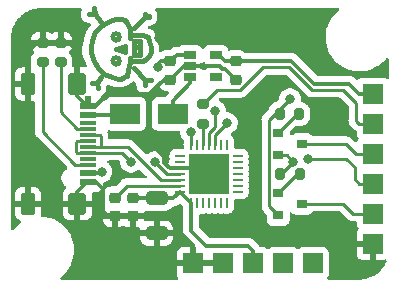
<source format=gbr>
%TF.GenerationSoftware,KiCad,Pcbnew,(5.99.0-8805-ge26c912b86)*%
%TF.CreationDate,2021-02-03T20:46:20+01:00*%
%TF.ProjectId,USB-CP2102-only,5553422d-4350-4323-9130-322d6f6e6c79,rev?*%
%TF.SameCoordinates,Original*%
%TF.FileFunction,Copper,L1,Top*%
%TF.FilePolarity,Positive*%
%FSLAX46Y46*%
G04 Gerber Fmt 4.6, Leading zero omitted, Abs format (unit mm)*
G04 Created by KiCad (PCBNEW (5.99.0-8805-ge26c912b86)) date 2021-02-03 20:46:20*
%MOMM*%
%LPD*%
G01*
G04 APERTURE LIST*
G04 Aperture macros list*
%AMRoundRect*
0 Rectangle with rounded corners*
0 $1 Rounding radius*
0 $2 $3 $4 $5 $6 $7 $8 $9 X,Y pos of 4 corners*
0 Add a 4 corners polygon primitive as box body*
4,1,4,$2,$3,$4,$5,$6,$7,$8,$9,$2,$3,0*
0 Add four circle primitives for the rounded corners*
1,1,$1+$1,$2,$3*
1,1,$1+$1,$4,$5*
1,1,$1+$1,$6,$7*
1,1,$1+$1,$8,$9*
0 Add four rect primitives between the rounded corners*
20,1,$1+$1,$2,$3,$4,$5,0*
20,1,$1+$1,$4,$5,$6,$7,0*
20,1,$1+$1,$6,$7,$8,$9,0*
20,1,$1+$1,$8,$9,$2,$3,0*%
G04 Aperture macros list end*
%TA.AperFunction,EtchedComponent*%
%ADD10C,0.381000*%
%TD*%
%TA.AperFunction,SMDPad,CuDef*%
%ADD11RoundRect,0.225000X0.250000X-0.225000X0.250000X0.225000X-0.250000X0.225000X-0.250000X-0.225000X0*%
%TD*%
%TA.AperFunction,ComponentPad*%
%ADD12R,1.700000X1.700000*%
%TD*%
%TA.AperFunction,SMDPad,CuDef*%
%ADD13R,0.900000X0.800000*%
%TD*%
%TA.AperFunction,SMDPad,CuDef*%
%ADD14RoundRect,0.200000X-0.275000X0.200000X-0.275000X-0.200000X0.275000X-0.200000X0.275000X0.200000X0*%
%TD*%
%TA.AperFunction,SMDPad,CuDef*%
%ADD15RoundRect,0.200000X-0.200000X-0.275000X0.200000X-0.275000X0.200000X0.275000X-0.200000X0.275000X0*%
%TD*%
%TA.AperFunction,SMDPad,CuDef*%
%ADD16R,1.060000X0.650000*%
%TD*%
%TA.AperFunction,SMDPad,CuDef*%
%ADD17R,1.450000X0.600000*%
%TD*%
%TA.AperFunction,SMDPad,CuDef*%
%ADD18R,1.450000X0.300000*%
%TD*%
%TA.AperFunction,SMDPad,CuDef*%
%ADD19RoundRect,0.145000X-0.580000X0.755000X-0.580000X-0.755000X0.580000X-0.755000X0.580000X0.755000X0*%
%TD*%
%TA.AperFunction,SMDPad,CuDef*%
%ADD20RoundRect,0.120000X-0.480000X0.780000X-0.480000X-0.780000X0.480000X-0.780000X0.480000X0.780000X0*%
%TD*%
%TA.AperFunction,SMDPad,CuDef*%
%ADD21RoundRect,0.062500X-0.337500X-0.062500X0.337500X-0.062500X0.337500X0.062500X-0.337500X0.062500X0*%
%TD*%
%TA.AperFunction,SMDPad,CuDef*%
%ADD22RoundRect,0.062500X-0.062500X-0.337500X0.062500X-0.337500X0.062500X0.337500X-0.062500X0.337500X0*%
%TD*%
%TA.AperFunction,SMDPad,CuDef*%
%ADD23R,3.350000X3.350000*%
%TD*%
%TA.AperFunction,SMDPad,CuDef*%
%ADD24RoundRect,0.225000X-0.250000X0.225000X-0.250000X-0.225000X0.250000X-0.225000X0.250000X0.225000X0*%
%TD*%
%TA.AperFunction,SMDPad,CuDef*%
%ADD25RoundRect,0.200000X0.275000X-0.200000X0.275000X0.200000X-0.275000X0.200000X-0.275000X-0.200000X0*%
%TD*%
%TA.AperFunction,SMDPad,CuDef*%
%ADD26R,2.500000X1.800000*%
%TD*%
%TA.AperFunction,SMDPad,CuDef*%
%ADD27RoundRect,0.250000X-0.650000X0.325000X-0.650000X-0.325000X0.650000X-0.325000X0.650000X0.325000X0*%
%TD*%
%TA.AperFunction,ViaPad*%
%ADD28C,0.800000*%
%TD*%
%TA.AperFunction,Conductor*%
%ADD29C,0.250000*%
%TD*%
%TA.AperFunction,Conductor*%
%ADD30C,0.350000*%
%TD*%
G04 APERTURE END LIST*
D10*
%TO.C,REF\u002A\u002A*%
X160554000Y-110690000D02*
X160554000Y-111071000D01*
X160554000Y-110309000D02*
X160554000Y-110690000D01*
X160300000Y-109801000D02*
X160554000Y-110309000D01*
X160173000Y-109547000D02*
X160300000Y-109801000D01*
X159792000Y-109420000D02*
X160173000Y-109547000D01*
X159411000Y-109420000D02*
X159792000Y-109420000D01*
X159030000Y-109547000D02*
X159411000Y-109420000D01*
X158522000Y-109801000D02*
X159030000Y-109547000D01*
X158141000Y-110055000D02*
X158522000Y-109801000D01*
X157633000Y-110563000D02*
X158141000Y-110055000D01*
X157379000Y-111198000D02*
X157633000Y-110563000D01*
X157252000Y-111833000D02*
X157379000Y-111198000D01*
X157252000Y-112341000D02*
X157252000Y-111833000D01*
X157506000Y-112976000D02*
X157252000Y-112341000D01*
X157887000Y-113611000D02*
X157506000Y-112976000D01*
X158395000Y-114119000D02*
X157887000Y-113611000D01*
X159030000Y-114373000D02*
X158395000Y-114119000D01*
X159538000Y-114500000D02*
X159030000Y-114373000D01*
X159792000Y-114500000D02*
X159538000Y-114500000D01*
X160554000Y-113103000D02*
X160554000Y-112722000D01*
X160427000Y-113738000D02*
X160554000Y-113103000D01*
X160300000Y-114246000D02*
X160427000Y-113738000D01*
X160046000Y-114373000D02*
X160300000Y-114246000D01*
X159792000Y-114500000D02*
X160046000Y-114373000D01*
X161316000Y-112976000D02*
X160554000Y-112976000D01*
X161697000Y-112976000D02*
X161316000Y-112976000D01*
X162332000Y-111833000D02*
X162332000Y-112214000D01*
X162205000Y-111325000D02*
X162332000Y-111833000D01*
X162078000Y-110944000D02*
X162205000Y-111325000D01*
X161697000Y-110817000D02*
X162078000Y-110944000D01*
X161316000Y-110817000D02*
X161697000Y-110817000D01*
X160554000Y-110817000D02*
X161316000Y-110817000D01*
X162205000Y-112595000D02*
X162332000Y-112214000D01*
X161951000Y-112849000D02*
X162205000Y-112595000D01*
X161697000Y-112976000D02*
X161951000Y-112849000D01*
X160173000Y-112214000D02*
X159411000Y-111960000D01*
X160173000Y-111706000D02*
X160173000Y-112214000D01*
X159411000Y-111960000D02*
X160173000Y-111706000D01*
X159694981Y-110944000D02*
G75*
G03*
X159694981Y-110944000I-283981J0D01*
G01*
X159694981Y-112976000D02*
G75*
G03*
X159694981Y-112976000I-283981J0D01*
G01*
X161443000Y-112468000D02*
X160935000Y-112468000D01*
X161443000Y-111325000D02*
X161443000Y-112468000D01*
X160935000Y-111325000D02*
X161443000Y-111325000D01*
X160935000Y-112468000D02*
X160935000Y-111325000D01*
X161062000Y-111833000D02*
X161316000Y-111833000D01*
X158141000Y-109674000D02*
X157633000Y-109039000D01*
X157633000Y-109039000D02*
X157125000Y-109039000D01*
X157633000Y-109039000D02*
X157506000Y-108531000D01*
X160935000Y-113611000D02*
X161824000Y-114627000D01*
X161824000Y-114627000D02*
X161824000Y-115008000D01*
X161824000Y-114627000D02*
X162332000Y-114627000D01*
X158141000Y-114373000D02*
X157760000Y-114881000D01*
X157760000Y-114881000D02*
X157379000Y-114881000D01*
X157760000Y-114881000D02*
X157887000Y-115262000D01*
X161824000Y-109293000D02*
X161824000Y-109039000D01*
X160935000Y-110182000D02*
X161824000Y-109293000D01*
X162205000Y-109293000D02*
X162205000Y-109166000D01*
X161824000Y-109293000D02*
X162205000Y-109293000D01*
%TD*%
D11*
%TO.P,C15,1*%
%TO.N,GND*%
X160795000Y-126109000D03*
%TO.P,C15,2*%
%TO.N,VBUS*%
X160795000Y-124559000D03*
%TD*%
D12*
%TO.P,J1,1,Pin_1*%
%TO.N,+5V*%
X173520400Y-130109200D03*
%TD*%
%TO.P,J2,1,Pin_1*%
%TO.N,VBUS*%
X170980400Y-130109200D03*
%TD*%
%TO.P,J4,1,Pin_1*%
%TO.N,GND*%
X165900400Y-130109200D03*
%TD*%
%TO.P,J5,1,Pin_1*%
%TO.N,GND*%
X168440400Y-130109200D03*
%TD*%
%TO.P,J8,1,Pin_1*%
%TO.N,DTR*%
X176060400Y-130109200D03*
%TD*%
D13*
%TO.P,Q6,1,B*%
%TO.N,Net-(Q6-Pad1)*%
X173130000Y-119050000D03*
%TO.P,Q6,2,E*%
%TO.N,Net-(JP3-Pad2)*%
X173130000Y-120950000D03*
%TO.P,Q6,3,C*%
%TO.N,GPIO0*%
X175130000Y-120000000D03*
%TD*%
%TO.P,Q7,1,B*%
%TO.N,Net-(Q7-Pad1)*%
X173130000Y-124130000D03*
%TO.P,Q7,2,E*%
%TO.N,Net-(JP1-Pad2)*%
X173130000Y-126030000D03*
%TO.P,Q7,3,C*%
%TO.N,RST*%
X175130000Y-125080000D03*
%TD*%
D14*
%TO.P,R26,1*%
%TO.N,GPIO3*%
X166764000Y-116635000D03*
%TO.P,R26,2*%
%TO.N,Net-(R26-Pad2)*%
X166764000Y-118285000D03*
%TD*%
D15*
%TO.P,R28,1*%
%TO.N,Net-(JP3-Pad2)*%
X173305000Y-122540000D03*
%TO.P,R28,2*%
%TO.N,Net-(Q7-Pad1)*%
X174955000Y-122540000D03*
%TD*%
D16*
%TO.P,U4,1,IN*%
%TO.N,+5V*%
X165664000Y-112446000D03*
%TO.P,U4,2,GND*%
%TO.N,GND*%
X165664000Y-113396000D03*
%TO.P,U4,3,EN*%
%TO.N,+5V*%
X165664000Y-114346000D03*
%TO.P,U4,4,NC*%
%TO.N,unconnected-(U4-Pad4)*%
X167864000Y-114346000D03*
%TO.P,U4,5,OUT*%
%TO.N,+3V3*%
X167864000Y-112446000D03*
%TD*%
D17*
%TO.P,J7,A1,GND*%
%TO.N,GND*%
X157045000Y-116750000D03*
%TO.P,J7,A4,VBUS*%
%TO.N,VBUS*%
X157045000Y-117550000D03*
D18*
%TO.P,J7,A5,CC1*%
%TO.N,Net-(J7-PadA5)*%
X157045000Y-118750000D03*
%TO.P,J7,A6,D+*%
%TO.N,Net-(J7-PadA6)*%
X157045000Y-119750000D03*
%TO.P,J7,A7,D-*%
%TO.N,Net-(J7-PadA7)*%
X157045000Y-120250000D03*
%TO.P,J7,A8,SBU1*%
%TO.N,unconnected-(J7-PadA8)*%
X157045000Y-121250000D03*
D17*
%TO.P,J7,A9,VBUS*%
%TO.N,VBUS*%
X157045000Y-122450000D03*
%TO.P,J7,A12,GND*%
%TO.N,GND*%
X157045000Y-123250000D03*
%TO.P,J7,B1,GND*%
X157045000Y-123250000D03*
%TO.P,J7,B4,VBUS*%
%TO.N,VBUS*%
X157045000Y-122450000D03*
D18*
%TO.P,J7,B5,CC2*%
%TO.N,Net-(J7-PadB5)*%
X157045000Y-121750000D03*
%TO.P,J7,B6,D+*%
%TO.N,Net-(J7-PadA6)*%
X157045000Y-120750000D03*
%TO.P,J7,B7,D-*%
%TO.N,Net-(J7-PadA7)*%
X157045000Y-119250000D03*
%TO.P,J7,B8,SBU2*%
%TO.N,unconnected-(J7-PadB8)*%
X157045000Y-118250000D03*
D17*
%TO.P,J7,B9,VBUS*%
%TO.N,VBUS*%
X157045000Y-117550000D03*
%TO.P,J7,B12,GND*%
%TO.N,GND*%
X157045000Y-116750000D03*
D19*
%TO.P,J7,S1,SHIELD*%
X156130000Y-114930000D03*
D20*
X151950000Y-125070000D03*
X151950000Y-114930000D03*
D19*
X156130000Y-125070000D03*
%TD*%
D21*
%TO.P,U5,1,~DCD*%
%TO.N,unconnected-(U5-Pad1)*%
X164822000Y-121040000D03*
%TO.P,U5,2,~RI~/CLK*%
%TO.N,unconnected-(U5-Pad2)*%
X164822000Y-121540000D03*
%TO.P,U5,3,GND*%
%TO.N,GND*%
X164822000Y-122040000D03*
%TO.P,U5,4,D+*%
%TO.N,Net-(J7-PadA6)*%
X164822000Y-122540000D03*
%TO.P,U5,5,D-*%
%TO.N,Net-(J7-PadA7)*%
X164822000Y-123040000D03*
%TO.P,U5,6,VDD*%
%TO.N,Net-(C17-Pad2)*%
X164822000Y-123540000D03*
%TO.P,U5,7,REGIN*%
%TO.N,VBUS*%
X164822000Y-124040000D03*
D22*
%TO.P,U5,8,VBUS*%
X165772000Y-124990000D03*
%TO.P,U5,9,~RSTb*%
%TO.N,unconnected-(U5-Pad9)*%
X166272000Y-124990000D03*
%TO.P,U5,10,NC*%
%TO.N,unconnected-(U5-Pad10)*%
X166772000Y-124990000D03*
%TO.P,U5,11,~SUSPENDb*%
%TO.N,unconnected-(U5-Pad11)*%
X167272000Y-124990000D03*
%TO.P,U5,12,SUSPEND*%
%TO.N,unconnected-(U5-Pad12)*%
X167772000Y-124990000D03*
%TO.P,U5,13,CHREN*%
%TO.N,unconnected-(U5-Pad13)*%
X168272000Y-124990000D03*
%TO.P,U5,14,CHR1*%
%TO.N,unconnected-(U5-Pad14)*%
X168772000Y-124990000D03*
D21*
%TO.P,U5,15,CHR0*%
%TO.N,unconnected-(U5-Pad15)*%
X169722000Y-124040000D03*
%TO.P,U5,16,~WAKEUP~/GPIO.3*%
%TO.N,unconnected-(U5-Pad16)*%
X169722000Y-123540000D03*
%TO.P,U5,17,RS485/GPIO.2*%
%TO.N,unconnected-(U5-Pad17)*%
X169722000Y-123040000D03*
%TO.P,U5,18,~RXT~/GPIO.1*%
%TO.N,unconnected-(U5-Pad18)*%
X169722000Y-122540000D03*
%TO.P,U5,19,~TXT~/GPIO.0*%
%TO.N,unconnected-(U5-Pad19)*%
X169722000Y-122040000D03*
%TO.P,U5,20,GPIO.6*%
%TO.N,unconnected-(U5-Pad20)*%
X169722000Y-121540000D03*
%TO.P,U5,21,GPIO.5*%
%TO.N,unconnected-(U5-Pad21)*%
X169722000Y-121040000D03*
D22*
%TO.P,U5,22,GPIO.4*%
%TO.N,unconnected-(U5-Pad22)*%
X168772000Y-120090000D03*
%TO.P,U5,23,~CTS*%
%TO.N,unconnected-(U5-Pad23)*%
X168272000Y-120090000D03*
%TO.P,U5,24,~RTS*%
%TO.N,Net-(JP1-Pad1)*%
X167772000Y-120090000D03*
%TO.P,U5,25,RXD*%
%TO.N,GPIO1*%
X167272000Y-120090000D03*
%TO.P,U5,26,TXD*%
%TO.N,Net-(R26-Pad2)*%
X166772000Y-120090000D03*
%TO.P,U5,27,~DSR*%
%TO.N,unconnected-(U5-Pad27)*%
X166272000Y-120090000D03*
%TO.P,U5,28,~DTR*%
%TO.N,DTR*%
X165772000Y-120090000D03*
D23*
%TO.P,U5,29,GND*%
%TO.N,GND*%
X167272000Y-122540000D03*
%TD*%
D15*
%TO.P,R27,1*%
%TO.N,Net-(JP1-Pad2)*%
X173242000Y-117460000D03*
%TO.P,R27,2*%
%TO.N,Net-(Q6-Pad1)*%
X174892000Y-117460000D03*
%TD*%
D24*
%TO.P,C14,1*%
%TO.N,+3V3*%
X169558000Y-113002000D03*
%TO.P,C14,2*%
%TO.N,GND*%
X169558000Y-114552000D03*
%TD*%
%TO.P,C13,1*%
%TO.N,+5V*%
X163970000Y-113002000D03*
%TO.P,C13,2*%
%TO.N,GND*%
X163970000Y-114552000D03*
%TD*%
D25*
%TO.P,R25,1*%
%TO.N,Net-(J7-PadA5)*%
X154699000Y-113078000D03*
%TO.P,R25,2*%
%TO.N,GND*%
X154699000Y-111428000D03*
%TD*%
D26*
%TO.P,D2,1,K*%
%TO.N,+5V*%
X164192000Y-117460000D03*
%TO.P,D2,2,A*%
%TO.N,VBUS*%
X160192000Y-117460000D03*
%TD*%
D27*
%TO.P,C16,1*%
%TO.N,VBUS*%
X162827000Y-124621000D03*
%TO.P,C16,2*%
%TO.N,GND*%
X162827000Y-127571000D03*
%TD*%
D25*
%TO.P,R24,1*%
%TO.N,Net-(J7-PadB5)*%
X153175000Y-113078000D03*
%TO.P,R24,2*%
%TO.N,GND*%
X153175000Y-111428000D03*
%TD*%
D11*
%TO.P,C17,1*%
%TO.N,GND*%
X159271000Y-126109000D03*
%TO.P,C17,2*%
%TO.N,Net-(C17-Pad2)*%
X159271000Y-124559000D03*
%TD*%
D12*
%TO.P,J3,1,Pin_1*%
%TO.N,+3V3*%
X181140400Y-115744000D03*
%TD*%
%TO.P,J11,1,Pin_1*%
%TO.N,RST*%
X181140400Y-125904000D03*
%TD*%
%TO.P,J9,1,Pin_1*%
%TO.N,GPIO1*%
X181140400Y-123364000D03*
%TD*%
%TO.P,J6,1,Pin_1*%
%TO.N,GND*%
X181140400Y-128444000D03*
%TD*%
%TO.P,J10,1,Pin_1*%
%TO.N,GPIO3*%
X181140400Y-118284000D03*
%TD*%
%TO.P,J12,1,Pin_1*%
%TO.N,GPIO0*%
X181140400Y-120824000D03*
%TD*%
D28*
%TO.N,GND*%
X163000000Y-111000000D03*
X177000000Y-113000000D03*
%TO.N,+5V*%
X162954000Y-113523000D03*
X164192000Y-117460000D03*
%TO.N,VBUS*%
X160192000Y-117460000D03*
X160795000Y-124559000D03*
X158178010Y-122339921D03*
%TO.N,Net-(J7-PadA6)*%
X162704653Y-121519347D03*
X160663347Y-121528653D03*
%TO.N,DTR*%
X165748000Y-118984000D03*
%TO.N,GPIO1*%
X175654000Y-121270000D03*
X167780000Y-117206000D03*
%TO.N,Net-(JP1-Pad1)*%
X168796000Y-118222000D03*
%TO.N,Net-(JP1-Pad2)*%
X174130000Y-116190000D03*
%TO.N,Net-(JP3-Pad2)*%
X174418035Y-121501711D03*
%TD*%
D29*
%TO.N,GPIO1*%
X179983200Y-123364000D02*
X181140400Y-123364000D01*
X175654000Y-121270000D02*
X178905200Y-121270000D01*
X179616400Y-122997200D02*
X179983200Y-123364000D01*
X178905200Y-121270000D02*
X179616400Y-121981200D01*
X179616400Y-121981200D02*
X179616400Y-122997200D01*
%TO.N,RST*%
X179464000Y-125904000D02*
X181140400Y-125904000D01*
X175130000Y-125080000D02*
X178640000Y-125080000D01*
X178640000Y-125080000D02*
X179464000Y-125904000D01*
%TO.N,GPIO0*%
X179718000Y-120824000D02*
X181140400Y-120824000D01*
X175130000Y-120000000D02*
X178894000Y-120000000D01*
X178894000Y-120000000D02*
X179718000Y-120824000D01*
%TO.N,GPIO3*%
X179972000Y-118284000D02*
X181140400Y-118284000D01*
X175954888Y-115420008D02*
X178632008Y-115420008D01*
X166764000Y-116635000D02*
X167934001Y-115464999D01*
X167934001Y-115464999D02*
X169897835Y-115464999D01*
X169897835Y-115464999D02*
X171860824Y-113502010D01*
X174036890Y-113502010D02*
X175954888Y-115420008D01*
X171860824Y-113502010D02*
X174036890Y-113502010D01*
X178632008Y-115420008D02*
X179718000Y-116506000D01*
X179718000Y-116506000D02*
X179718000Y-118030000D01*
X179718000Y-118030000D02*
X179972000Y-118284000D01*
D30*
%TO.N,+3V3*%
X179972000Y-115744000D02*
X181140400Y-115744000D01*
X169558000Y-113002000D02*
X174244000Y-113002000D01*
X174244000Y-113002000D02*
X176162000Y-114920000D01*
X176162000Y-114920000D02*
X179148000Y-114920000D01*
X179148000Y-114920000D02*
X179972000Y-115744000D01*
%TO.N,VBUS*%
X165772000Y-127390000D02*
X167018000Y-128636000D01*
%TO.N,GND*%
X163970000Y-114552000D02*
X165126000Y-113396000D01*
X168410999Y-113645999D02*
X168651999Y-113645999D01*
X165900400Y-128534400D02*
X165900400Y-130109200D01*
X168651999Y-113645999D02*
X169558000Y-114552000D01*
X155398000Y-111428000D02*
X154699000Y-111428000D01*
X162827000Y-126604000D02*
X162827000Y-127571000D01*
X163449000Y-114552000D02*
X163970000Y-114552000D01*
X163479654Y-121147346D02*
X162192000Y-119859692D01*
X162192000Y-119859692D02*
X162192000Y-115809000D01*
X164822000Y-122040000D02*
X163932426Y-122040000D01*
X158255000Y-123810000D02*
X158255000Y-125715000D01*
X165126000Y-113396000D02*
X165664000Y-113396000D01*
X162827000Y-127571000D02*
X164937000Y-127571000D01*
X151950000Y-125070000D02*
X156130000Y-125070000D01*
X155398000Y-111428000D02*
X156130000Y-112160000D01*
X156130000Y-114930000D02*
X156130000Y-112160000D01*
X162192000Y-115809000D02*
X163449000Y-114552000D01*
X165900400Y-130109200D02*
X168440400Y-130109200D01*
X156130000Y-115970000D02*
X156130000Y-114930000D01*
X152730000Y-111428000D02*
X153175000Y-111428000D01*
X159271000Y-126109000D02*
X160795000Y-126109000D01*
X151950000Y-112208000D02*
X152730000Y-111428000D01*
X165664000Y-113396000D02*
X168161000Y-113396000D01*
X162332000Y-126109000D02*
X162827000Y-126604000D01*
X164822000Y-122040000D02*
X166772000Y-122040000D01*
X156130000Y-124030000D02*
X156130000Y-125070000D01*
X160795000Y-126109000D02*
X162332000Y-126109000D01*
X157045000Y-116750000D02*
X157695000Y-116750000D01*
X163479654Y-121587228D02*
X163479654Y-121147346D01*
X158636000Y-115809000D02*
X162192000Y-115809000D01*
X158255000Y-125715000D02*
X158649000Y-126109000D01*
X157695000Y-123250000D02*
X158255000Y-123810000D01*
X151950000Y-114930000D02*
X151950000Y-125070000D01*
X153175000Y-111428000D02*
X154699000Y-111428000D01*
X156910000Y-116750000D02*
X156130000Y-115970000D01*
X163932426Y-122040000D02*
X163479654Y-121587228D01*
X157695000Y-116750000D02*
X158636000Y-115809000D01*
X164937000Y-127571000D02*
X165900400Y-128534400D01*
X156910000Y-123250000D02*
X156130000Y-124030000D01*
X151950000Y-114930000D02*
X151950000Y-112208000D01*
X157045000Y-123250000D02*
X157695000Y-123250000D01*
X158649000Y-126109000D02*
X159271000Y-126109000D01*
X168161000Y-113396000D02*
X168410999Y-113645999D01*
%TO.N,+5V*%
X164526000Y-112446000D02*
X165664000Y-112446000D01*
X165664000Y-114877000D02*
X165664000Y-114346000D01*
X162954000Y-113523000D02*
X162954000Y-113269000D01*
X164192000Y-116349000D02*
X165664000Y-114877000D01*
X164192000Y-117460000D02*
X164192000Y-116349000D01*
X162954000Y-113269000D02*
X163221000Y-113002000D01*
X163221000Y-113002000D02*
X163970000Y-113002000D01*
X163970000Y-113002000D02*
X164526000Y-112446000D01*
%TO.N,+3V3*%
X168100000Y-112446000D02*
X168656000Y-113002000D01*
X168656000Y-113002000D02*
X169558000Y-113002000D01*
%TO.N,VBUS*%
X164241000Y-124621000D02*
X164822000Y-124040000D01*
X158067931Y-122450000D02*
X158178010Y-122339921D01*
X170980400Y-129042400D02*
X170980400Y-130109200D01*
X170574000Y-128636000D02*
X170980400Y-129042400D01*
X167018000Y-128636000D02*
X170574000Y-128636000D01*
X160795000Y-124559000D02*
X162765000Y-124559000D01*
X157045000Y-122450000D02*
X158067931Y-122450000D01*
X157045000Y-117550000D02*
X160102000Y-117550000D01*
X165772000Y-124990000D02*
X165772000Y-127390000D01*
X165772000Y-124990000D02*
X164822000Y-124040000D01*
X162827000Y-124621000D02*
X164241000Y-124621000D01*
D29*
%TO.N,Net-(C17-Pad2)*%
X160290000Y-123540000D02*
X159271000Y-124559000D01*
X164822000Y-123540000D02*
X160290000Y-123540000D01*
%TO.N,Net-(J7-PadA5)*%
X156116000Y-118750000D02*
X157045000Y-118750000D01*
X154699000Y-113078000D02*
X154699000Y-117333000D01*
X154699000Y-117333000D02*
X156116000Y-118750000D01*
%TO.N,Net-(J7-PadA7)*%
X158124000Y-119354000D02*
X158124000Y-120250000D01*
X158020000Y-119250000D02*
X158124000Y-119354000D01*
X160410000Y-120250000D02*
X163200000Y-123040000D01*
X163200000Y-123040000D02*
X164822000Y-123040000D01*
X157045000Y-119250000D02*
X158020000Y-119250000D01*
X157045000Y-120250000D02*
X160410000Y-120250000D01*
%TO.N,Net-(J7-PadA6)*%
X163725306Y-122540000D02*
X164822000Y-122540000D01*
X156070000Y-119750000D02*
X155994999Y-119825001D01*
X156084998Y-120750000D02*
X157045000Y-120750000D01*
X162704653Y-121519347D02*
X163725306Y-122540000D01*
X155994999Y-120660001D02*
X156084998Y-120750000D01*
X155994999Y-119825001D02*
X155994999Y-120660001D01*
X157045000Y-119750000D02*
X156070000Y-119750000D01*
X157045000Y-120750000D02*
X159884694Y-120750000D01*
X159884694Y-120750000D02*
X160663347Y-121528653D01*
%TO.N,Net-(J7-PadB5)*%
X155941000Y-121750000D02*
X157045000Y-121750000D01*
X153175000Y-113078000D02*
X153175000Y-118984000D01*
X153175000Y-118984000D02*
X155941000Y-121750000D01*
%TO.N,DTR*%
X165748000Y-118984000D02*
X165748000Y-120066000D01*
X165748000Y-120066000D02*
X165772000Y-120090000D01*
%TO.N,GPIO1*%
X167780000Y-117206000D02*
X167780000Y-118601590D01*
X167780000Y-118601590D02*
X167272000Y-119109590D01*
X167272000Y-119109590D02*
X167272000Y-120090000D01*
%TO.N,Net-(JP1-Pad1)*%
X168796000Y-118222000D02*
X167772000Y-119246000D01*
X167772000Y-119246000D02*
X167772000Y-120090000D01*
%TO.N,Net-(JP1-Pad2)*%
X173242000Y-117460000D02*
X173242000Y-117078000D01*
X172842000Y-117460000D02*
X172354999Y-117947001D01*
X173242000Y-117078000D02*
X174130000Y-116190000D01*
X173242000Y-117460000D02*
X172842000Y-117460000D01*
X172354999Y-125254999D02*
X173130000Y-126030000D01*
X172354999Y-117947001D02*
X172354999Y-125254999D01*
%TO.N,Net-(Q6-Pad1)*%
X174720000Y-117460000D02*
X173130000Y-119050000D01*
%TO.N,Net-(Q7-Pad1)*%
X174720000Y-122540000D02*
X173130000Y-124130000D01*
%TO.N,Net-(R26-Pad2)*%
X166772000Y-120090000D02*
X166772000Y-118293000D01*
%TO.N,Net-(JP3-Pad2)*%
X173130000Y-120950000D02*
X173866324Y-120950000D01*
X173379746Y-122540000D02*
X174418035Y-121501711D01*
X173866324Y-120950000D02*
X174418035Y-121501711D01*
%TD*%
%TA.AperFunction,Conductor*%
%TO.N,GND*%
G36*
X173790417Y-114155512D02*
G01*
X173811391Y-114172415D01*
X175451497Y-115812521D01*
X175458857Y-115820609D01*
X175462915Y-115827003D01*
X175468692Y-115832428D01*
X175511766Y-115872877D01*
X175514608Y-115875632D01*
X175534922Y-115895946D01*
X175538333Y-115898591D01*
X175547353Y-115906295D01*
X175579587Y-115936565D01*
X175586531Y-115940382D01*
X175586533Y-115940384D01*
X175597341Y-115946326D01*
X175613865Y-115957180D01*
X175629865Y-115969591D01*
X175637136Y-115972738D01*
X175637137Y-115972738D01*
X175670439Y-115987149D01*
X175681095Y-115992370D01*
X175719840Y-116013670D01*
X175727523Y-116015642D01*
X175727524Y-116015643D01*
X175739456Y-116018707D01*
X175758160Y-116025111D01*
X175769471Y-116030006D01*
X175769478Y-116030008D01*
X175776752Y-116033156D01*
X175804551Y-116037559D01*
X175820426Y-116040073D01*
X175832051Y-116042481D01*
X175869106Y-116051995D01*
X175869108Y-116051995D01*
X175874863Y-116053473D01*
X175875419Y-116053508D01*
X175895334Y-116053508D01*
X175915044Y-116055059D01*
X175934832Y-116058193D01*
X175942723Y-116057447D01*
X175978478Y-116054067D01*
X175990336Y-116053508D01*
X178317414Y-116053508D01*
X178385535Y-116073510D01*
X178406509Y-116090413D01*
X179047595Y-116731499D01*
X179081621Y-116793811D01*
X179084500Y-116820594D01*
X179084500Y-117951616D01*
X179083986Y-117962520D01*
X179082334Y-117969911D01*
X179082583Y-117977837D01*
X179082583Y-117977838D01*
X179084438Y-118036866D01*
X179084500Y-118040823D01*
X179084500Y-118069578D01*
X179084996Y-118073503D01*
X179084996Y-118073504D01*
X179085039Y-118073843D01*
X179085972Y-118085687D01*
X179087361Y-118129883D01*
X179089573Y-118137495D01*
X179093012Y-118149333D01*
X179097022Y-118168695D01*
X179099560Y-118188788D01*
X179102476Y-118196153D01*
X179102477Y-118196157D01*
X179115837Y-118229901D01*
X179119681Y-118241128D01*
X179132014Y-118283578D01*
X179136052Y-118290406D01*
X179142323Y-118301011D01*
X179151019Y-118318762D01*
X179155558Y-118330226D01*
X179158478Y-118337600D01*
X179163139Y-118344015D01*
X179184465Y-118373367D01*
X179190983Y-118383290D01*
X179213486Y-118421341D01*
X179213855Y-118421759D01*
X179227938Y-118435842D01*
X179240772Y-118450867D01*
X179252554Y-118467083D01*
X179268658Y-118480405D01*
X179286335Y-118495029D01*
X179295115Y-118503019D01*
X179468609Y-118676513D01*
X179475969Y-118684601D01*
X179480027Y-118690995D01*
X179485804Y-118696420D01*
X179528878Y-118736869D01*
X179531720Y-118739624D01*
X179552034Y-118759938D01*
X179555445Y-118762583D01*
X179564465Y-118770287D01*
X179596699Y-118800557D01*
X179603643Y-118804374D01*
X179603645Y-118804376D01*
X179614453Y-118810318D01*
X179630977Y-118821172D01*
X179646977Y-118833583D01*
X179654248Y-118836730D01*
X179654249Y-118836730D01*
X179687551Y-118851141D01*
X179698211Y-118856364D01*
X179711602Y-118863726D01*
X179761660Y-118914072D01*
X179776900Y-118974140D01*
X179776900Y-119134000D01*
X179782127Y-119207079D01*
X179798761Y-119263729D01*
X179819109Y-119333028D01*
X179823304Y-119347316D01*
X179836605Y-119368013D01*
X179897451Y-119462691D01*
X179897453Y-119462694D01*
X179902323Y-119470271D01*
X179907998Y-119475188D01*
X179937176Y-119539077D01*
X179927074Y-119609351D01*
X179907683Y-119639524D01*
X179864318Y-119689569D01*
X179864316Y-119689572D01*
X179858416Y-119696381D01*
X179854672Y-119704578D01*
X179854670Y-119704582D01*
X179817135Y-119786771D01*
X179770642Y-119840426D01*
X179702521Y-119860428D01*
X179634401Y-119840425D01*
X179613427Y-119823523D01*
X179397391Y-119607487D01*
X179390031Y-119599399D01*
X179385973Y-119593005D01*
X179337121Y-119547130D01*
X179334280Y-119544376D01*
X179313966Y-119524062D01*
X179310555Y-119521417D01*
X179301533Y-119513711D01*
X179275077Y-119488867D01*
X179269301Y-119483443D01*
X179262357Y-119479626D01*
X179262355Y-119479624D01*
X179251547Y-119473682D01*
X179235023Y-119462828D01*
X179225286Y-119455275D01*
X179225285Y-119455275D01*
X179219023Y-119450417D01*
X179178447Y-119432858D01*
X179167790Y-119427637D01*
X179165060Y-119426136D01*
X179129048Y-119406338D01*
X179121365Y-119404366D01*
X179121364Y-119404365D01*
X179109432Y-119401301D01*
X179090728Y-119394897D01*
X179079415Y-119390001D01*
X179079408Y-119389999D01*
X179072136Y-119386852D01*
X179064312Y-119385613D01*
X179064309Y-119385612D01*
X179028465Y-119379935D01*
X179016844Y-119377528D01*
X178979782Y-119368013D01*
X178979781Y-119368013D01*
X178974025Y-119366535D01*
X178973469Y-119366500D01*
X178953548Y-119366500D01*
X178933838Y-119364949D01*
X178921886Y-119363056D01*
X178921885Y-119363056D01*
X178914056Y-119361816D01*
X178906164Y-119362562D01*
X178870418Y-119365941D01*
X178858560Y-119366500D01*
X176102925Y-119366500D01*
X176034804Y-119346498D01*
X175996927Y-119308620D01*
X175972951Y-119271312D01*
X175972948Y-119271309D01*
X175968077Y-119263729D01*
X175948200Y-119246505D01*
X175864431Y-119173918D01*
X175864428Y-119173916D01*
X175857619Y-119168016D01*
X175849421Y-119164272D01*
X175732864Y-119111042D01*
X175732863Y-119111042D01*
X175724670Y-119107300D01*
X175715755Y-119106018D01*
X175715754Y-119106018D01*
X175584448Y-119087139D01*
X175584441Y-119087138D01*
X175580000Y-119086500D01*
X174680000Y-119086500D01*
X174606921Y-119091727D01*
X174541140Y-119111042D01*
X174475330Y-119130365D01*
X174475328Y-119130366D01*
X174466684Y-119132904D01*
X174442289Y-119148582D01*
X174351309Y-119207051D01*
X174351306Y-119207053D01*
X174343729Y-119211923D01*
X174337828Y-119218733D01*
X174314724Y-119245396D01*
X174254997Y-119283779D01*
X174184001Y-119283779D01*
X174124275Y-119245395D01*
X174094782Y-119180814D01*
X174093500Y-119162883D01*
X174093500Y-119034594D01*
X174113502Y-118966473D01*
X174130405Y-118945499D01*
X174595499Y-118480405D01*
X174657811Y-118446379D01*
X174684594Y-118443500D01*
X175133317Y-118443500D01*
X175262194Y-118427904D01*
X175422562Y-118367306D01*
X175456451Y-118344015D01*
X175557587Y-118274506D01*
X175557589Y-118274505D01*
X175563846Y-118270204D01*
X175589750Y-118241130D01*
X175672836Y-118147877D01*
X175672838Y-118147875D01*
X175677890Y-118142204D01*
X175681442Y-118135495D01*
X175681445Y-118135491D01*
X175754555Y-117997411D01*
X175754556Y-117997408D01*
X175758110Y-117990696D01*
X175760184Y-117982441D01*
X175793338Y-117850446D01*
X175799874Y-117824425D01*
X175800253Y-117818403D01*
X175800375Y-117816470D01*
X175800376Y-117816454D01*
X175800500Y-117814475D01*
X175800500Y-117143683D01*
X175784904Y-117014806D01*
X175724306Y-116854438D01*
X175671631Y-116777796D01*
X175631506Y-116719413D01*
X175631505Y-116719411D01*
X175627204Y-116713154D01*
X175588445Y-116678621D01*
X175504877Y-116604164D01*
X175504875Y-116604162D01*
X175499204Y-116599110D01*
X175492495Y-116595558D01*
X175492491Y-116595555D01*
X175354411Y-116522445D01*
X175354408Y-116522444D01*
X175347696Y-116518890D01*
X175181425Y-116477126D01*
X175175662Y-116476763D01*
X175175659Y-116476763D01*
X175173470Y-116476625D01*
X175173454Y-116476624D01*
X175171475Y-116476500D01*
X175153325Y-116476500D01*
X175085204Y-116456498D01*
X175038711Y-116402842D01*
X175028015Y-116337329D01*
X175028410Y-116333576D01*
X175043500Y-116190000D01*
X175032988Y-116089987D01*
X175024228Y-116006637D01*
X175024228Y-116006636D01*
X175023538Y-116000073D01*
X175021036Y-115992371D01*
X174966566Y-115824731D01*
X174964524Y-115818446D01*
X174956504Y-115804554D01*
X174898507Y-115704102D01*
X174869037Y-115653058D01*
X174854796Y-115637241D01*
X174745673Y-115516048D01*
X174745672Y-115516047D01*
X174741251Y-115511137D01*
X174735909Y-115507256D01*
X174735907Y-115507254D01*
X174592092Y-115402767D01*
X174592091Y-115402766D01*
X174586750Y-115398886D01*
X174580722Y-115396202D01*
X174580720Y-115396201D01*
X174418318Y-115323895D01*
X174418317Y-115323895D01*
X174412287Y-115321210D01*
X174318887Y-115301357D01*
X174231944Y-115282876D01*
X174231939Y-115282876D01*
X174225487Y-115281504D01*
X174034513Y-115281504D01*
X174028061Y-115282876D01*
X174028056Y-115282876D01*
X173941113Y-115301357D01*
X173847713Y-115321210D01*
X173841683Y-115323895D01*
X173841682Y-115323895D01*
X173679280Y-115396201D01*
X173679278Y-115396202D01*
X173673250Y-115398886D01*
X173667909Y-115402766D01*
X173667908Y-115402767D01*
X173524093Y-115507254D01*
X173524091Y-115507256D01*
X173518749Y-115511137D01*
X173514328Y-115516047D01*
X173514327Y-115516048D01*
X173405205Y-115637241D01*
X173390963Y-115653058D01*
X173361493Y-115704102D01*
X173303497Y-115804554D01*
X173295476Y-115818446D01*
X173293434Y-115824731D01*
X173238965Y-115992371D01*
X173236462Y-116000073D01*
X173235772Y-116006636D01*
X173235772Y-116006637D01*
X173219097Y-116165290D01*
X173192084Y-116230946D01*
X173182882Y-116241214D01*
X172971052Y-116453044D01*
X172908740Y-116487070D01*
X172897114Y-116489033D01*
X172871806Y-116492096D01*
X172711438Y-116552694D01*
X172570154Y-116649796D01*
X172565102Y-116655466D01*
X172565101Y-116655467D01*
X172510725Y-116716498D01*
X172456110Y-116777796D01*
X172452558Y-116784505D01*
X172452555Y-116784509D01*
X172379445Y-116922589D01*
X172375890Y-116929304D01*
X172356198Y-117007703D01*
X172350527Y-117030279D01*
X172317418Y-117088678D01*
X171962486Y-117443610D01*
X171954398Y-117450970D01*
X171948004Y-117455028D01*
X171942579Y-117460805D01*
X171902130Y-117503879D01*
X171899375Y-117506721D01*
X171879061Y-117527035D01*
X171876416Y-117530446D01*
X171868712Y-117539466D01*
X171838442Y-117571700D01*
X171834625Y-117578644D01*
X171834623Y-117578646D01*
X171828681Y-117589454D01*
X171817827Y-117605978D01*
X171805416Y-117621978D01*
X171802269Y-117629249D01*
X171802269Y-117629250D01*
X171787858Y-117662552D01*
X171782637Y-117673208D01*
X171761337Y-117711953D01*
X171759365Y-117719636D01*
X171759364Y-117719637D01*
X171756300Y-117731569D01*
X171749896Y-117750273D01*
X171745000Y-117761586D01*
X171744998Y-117761593D01*
X171741851Y-117768865D01*
X171740612Y-117776689D01*
X171740611Y-117776692D01*
X171734934Y-117812536D01*
X171732527Y-117824157D01*
X171727247Y-117844723D01*
X171721534Y-117866976D01*
X171721499Y-117867532D01*
X171721499Y-117887453D01*
X171719948Y-117907163D01*
X171716815Y-117926945D01*
X171719961Y-117960221D01*
X171720940Y-117970583D01*
X171721499Y-117982441D01*
X171721499Y-125176615D01*
X171720985Y-125187519D01*
X171719333Y-125194910D01*
X171719582Y-125202836D01*
X171719582Y-125202837D01*
X171721437Y-125261865D01*
X171721499Y-125265822D01*
X171721499Y-125294577D01*
X171721995Y-125298502D01*
X171721995Y-125298503D01*
X171722038Y-125298842D01*
X171722971Y-125310686D01*
X171724360Y-125354882D01*
X171726572Y-125362494D01*
X171730011Y-125374332D01*
X171734021Y-125393694D01*
X171736559Y-125413787D01*
X171739475Y-125421152D01*
X171739476Y-125421156D01*
X171752836Y-125454900D01*
X171756680Y-125466127D01*
X171769013Y-125508577D01*
X171773051Y-125515405D01*
X171779322Y-125526010D01*
X171788018Y-125543761D01*
X171792557Y-125555225D01*
X171795477Y-125562599D01*
X171800138Y-125569014D01*
X171821464Y-125598366D01*
X171827982Y-125608289D01*
X171850485Y-125646340D01*
X171850854Y-125646758D01*
X171864937Y-125660841D01*
X171877771Y-125675866D01*
X171889553Y-125692082D01*
X171904263Y-125704251D01*
X171923334Y-125720028D01*
X171932114Y-125728018D01*
X172129595Y-125925499D01*
X172163621Y-125987811D01*
X172166500Y-126014594D01*
X172166500Y-126430000D01*
X172171727Y-126503079D01*
X172185492Y-126549957D01*
X172203462Y-126611158D01*
X172212904Y-126643316D01*
X172217775Y-126650895D01*
X172287051Y-126758691D01*
X172287053Y-126758694D01*
X172291923Y-126766271D01*
X172298733Y-126772172D01*
X172395569Y-126856082D01*
X172395572Y-126856084D01*
X172402381Y-126861984D01*
X172410579Y-126865728D01*
X172518518Y-126915022D01*
X172535330Y-126922700D01*
X172544245Y-126923982D01*
X172544246Y-126923982D01*
X172675552Y-126942861D01*
X172675559Y-126942862D01*
X172680000Y-126943500D01*
X173580000Y-126943500D01*
X173653079Y-126938273D01*
X173745149Y-126911239D01*
X173784670Y-126899635D01*
X173784672Y-126899634D01*
X173793316Y-126897096D01*
X173857135Y-126856082D01*
X173908691Y-126822949D01*
X173908694Y-126822947D01*
X173916271Y-126818077D01*
X173922172Y-126811267D01*
X174006082Y-126714431D01*
X174006084Y-126714428D01*
X174011984Y-126707619D01*
X174046808Y-126631365D01*
X174068958Y-126582864D01*
X174068958Y-126582863D01*
X174072700Y-126574670D01*
X174077371Y-126542184D01*
X174092861Y-126434448D01*
X174092862Y-126434441D01*
X174093500Y-126430000D01*
X174093500Y-125920238D01*
X174113502Y-125852117D01*
X174167158Y-125805624D01*
X174237432Y-125795520D01*
X174302013Y-125825014D01*
X174402381Y-125911984D01*
X174410579Y-125915728D01*
X174431975Y-125925499D01*
X174535330Y-125972700D01*
X174544245Y-125973982D01*
X174544246Y-125973982D01*
X174675552Y-125992861D01*
X174675559Y-125992862D01*
X174680000Y-125993500D01*
X175580000Y-125993500D01*
X175653079Y-125988273D01*
X175731165Y-125965345D01*
X175784670Y-125949635D01*
X175784672Y-125949634D01*
X175793316Y-125947096D01*
X175857135Y-125906082D01*
X175908691Y-125872949D01*
X175908694Y-125872947D01*
X175916271Y-125868077D01*
X176011984Y-125757619D01*
X176014743Y-125760009D01*
X176055251Y-125724896D01*
X176107614Y-125713500D01*
X178325406Y-125713500D01*
X178393527Y-125733502D01*
X178414501Y-125750405D01*
X178960609Y-126296513D01*
X178967969Y-126304601D01*
X178972027Y-126310995D01*
X178977804Y-126316420D01*
X179020878Y-126356869D01*
X179023720Y-126359624D01*
X179044034Y-126379938D01*
X179047445Y-126382583D01*
X179056465Y-126390287D01*
X179088699Y-126420557D01*
X179095643Y-126424374D01*
X179095645Y-126424376D01*
X179106453Y-126430318D01*
X179122977Y-126441172D01*
X179138977Y-126453583D01*
X179146248Y-126456730D01*
X179146249Y-126456730D01*
X179179551Y-126471141D01*
X179190207Y-126476362D01*
X179228952Y-126497662D01*
X179236635Y-126499634D01*
X179236636Y-126499635D01*
X179248568Y-126502699D01*
X179267272Y-126509103D01*
X179278585Y-126513999D01*
X179278592Y-126514001D01*
X179285864Y-126517148D01*
X179293688Y-126518387D01*
X179293691Y-126518388D01*
X179329535Y-126524065D01*
X179341156Y-126526472D01*
X179378218Y-126535987D01*
X179383975Y-126537465D01*
X179384531Y-126537500D01*
X179404452Y-126537500D01*
X179424162Y-126539051D01*
X179436114Y-126540944D01*
X179436115Y-126540944D01*
X179443944Y-126542184D01*
X179451836Y-126541438D01*
X179487582Y-126538059D01*
X179499440Y-126537500D01*
X179650900Y-126537500D01*
X179719021Y-126557502D01*
X179765514Y-126611158D01*
X179776900Y-126663500D01*
X179776900Y-126754000D01*
X179782127Y-126827079D01*
X179802686Y-126897096D01*
X179816319Y-126943526D01*
X179823304Y-126967316D01*
X179848880Y-127007113D01*
X179887368Y-127067000D01*
X179902323Y-127090271D01*
X179908253Y-127095410D01*
X179937503Y-127159457D01*
X179927400Y-127229731D01*
X179908011Y-127259901D01*
X179864738Y-127309840D01*
X179855093Y-127324848D01*
X179801923Y-127441275D01*
X179796898Y-127458388D01*
X179778039Y-127589554D01*
X179777400Y-127598495D01*
X179777400Y-128171885D01*
X179781875Y-128187124D01*
X179783265Y-128188329D01*
X179790948Y-128190000D01*
X181268400Y-128190000D01*
X181336521Y-128210002D01*
X181383014Y-128263658D01*
X181394400Y-128316000D01*
X181394400Y-129788885D01*
X181398875Y-129804124D01*
X181400265Y-129805329D01*
X181407948Y-129807000D01*
X181988143Y-129807000D01*
X181992650Y-129806839D01*
X182056669Y-129802260D01*
X182069891Y-129799874D01*
X182148499Y-129776793D01*
X182219495Y-129776793D01*
X182279221Y-129815177D01*
X182308714Y-129879757D01*
X182300404Y-129945911D01*
X182289682Y-129971794D01*
X182286797Y-129978241D01*
X182190609Y-130177979D01*
X182187370Y-130184250D01*
X182166478Y-130222050D01*
X182162917Y-130228089D01*
X182075209Y-130367675D01*
X182044945Y-130415839D01*
X182041018Y-130421715D01*
X182016044Y-130456912D01*
X182011795Y-130462558D01*
X181873568Y-130635890D01*
X181869009Y-130641290D01*
X181840232Y-130673492D01*
X181835375Y-130678628D01*
X181678628Y-130835375D01*
X181673494Y-130840230D01*
X181641278Y-130869020D01*
X181635905Y-130873557D01*
X181462564Y-131011791D01*
X181456918Y-131016040D01*
X181421718Y-131041016D01*
X181415841Y-131044943D01*
X181228121Y-131162896D01*
X181222034Y-131166487D01*
X181184251Y-131187369D01*
X181177971Y-131190613D01*
X180978238Y-131286798D01*
X180971787Y-131289685D01*
X180931894Y-131306209D01*
X180925291Y-131308729D01*
X180716044Y-131381948D01*
X180709313Y-131384094D01*
X180689299Y-131389860D01*
X180667814Y-131396050D01*
X180660992Y-131397810D01*
X180499307Y-131434714D01*
X180444853Y-131447143D01*
X180437922Y-131448521D01*
X180395349Y-131455755D01*
X180388367Y-131456741D01*
X180263886Y-131470766D01*
X180168052Y-131481563D01*
X180161011Y-131482157D01*
X180101523Y-131485498D01*
X180096123Y-131485685D01*
X180035007Y-131486493D01*
X179958314Y-131487506D01*
X179953903Y-131488197D01*
X179953895Y-131488198D01*
X179939330Y-131490481D01*
X179919822Y-131492000D01*
X177397170Y-131492000D01*
X177329049Y-131471998D01*
X177282556Y-131418342D01*
X177272452Y-131348068D01*
X177301946Y-131283488D01*
X177336479Y-131243635D01*
X177336482Y-131243630D01*
X177342384Y-131236819D01*
X177403100Y-131103870D01*
X177409794Y-131057314D01*
X177423261Y-130963648D01*
X177423262Y-130963641D01*
X177423900Y-130959200D01*
X177423900Y-129259200D01*
X177418673Y-129186121D01*
X177377496Y-129045884D01*
X177329927Y-128971866D01*
X177303349Y-128930509D01*
X177303347Y-128930506D01*
X177298477Y-128922929D01*
X177244875Y-128876482D01*
X177194831Y-128833118D01*
X177194828Y-128833116D01*
X177188019Y-128827216D01*
X177055070Y-128766500D01*
X177046155Y-128765218D01*
X177046154Y-128765218D01*
X176914848Y-128746339D01*
X176914841Y-128746338D01*
X176910400Y-128745700D01*
X175210400Y-128745700D01*
X175137321Y-128750927D01*
X175084284Y-128766500D01*
X175005730Y-128789565D01*
X175005728Y-128789566D01*
X174997084Y-128792104D01*
X174989505Y-128796975D01*
X174881709Y-128866251D01*
X174881706Y-128866253D01*
X174874129Y-128871123D01*
X174869212Y-128876798D01*
X174805323Y-128905976D01*
X174735049Y-128895874D01*
X174704876Y-128876483D01*
X174654831Y-128833118D01*
X174654828Y-128833116D01*
X174648019Y-128827216D01*
X174515070Y-128766500D01*
X174506155Y-128765218D01*
X174506154Y-128765218D01*
X174374848Y-128746339D01*
X174374841Y-128746338D01*
X174370400Y-128745700D01*
X172670400Y-128745700D01*
X172597321Y-128750927D01*
X172544284Y-128766500D01*
X172465730Y-128789565D01*
X172465728Y-128789566D01*
X172457084Y-128792104D01*
X172449505Y-128796975D01*
X172341709Y-128866251D01*
X172341706Y-128866253D01*
X172334129Y-128871123D01*
X172329212Y-128876798D01*
X172265323Y-128905976D01*
X172195049Y-128895874D01*
X172164876Y-128876483D01*
X172114831Y-128833118D01*
X172114828Y-128833116D01*
X172108019Y-128827216D01*
X171975070Y-128766500D01*
X171966155Y-128765218D01*
X171966154Y-128765218D01*
X171834848Y-128746339D01*
X171834841Y-128746338D01*
X171830400Y-128745700D01*
X171675633Y-128745700D01*
X171607512Y-128725698D01*
X171593879Y-128711548D01*
X179777400Y-128711548D01*
X179777400Y-129291743D01*
X179777561Y-129296250D01*
X179782140Y-129360269D01*
X179784526Y-129373491D01*
X179821219Y-129498458D01*
X179828633Y-129514692D01*
X179897826Y-129622360D01*
X179909512Y-129635847D01*
X180006240Y-129719662D01*
X180021248Y-129729307D01*
X180137675Y-129782477D01*
X180154788Y-129787502D01*
X180285954Y-129806361D01*
X180294895Y-129807000D01*
X180868285Y-129807000D01*
X180883524Y-129802525D01*
X180884729Y-129801135D01*
X180886400Y-129793452D01*
X180886400Y-128716115D01*
X180881925Y-128700876D01*
X180880535Y-128699671D01*
X180872852Y-128698000D01*
X179795515Y-128698000D01*
X179780276Y-128702475D01*
X179779071Y-128703865D01*
X179777400Y-128711548D01*
X171593879Y-128711548D01*
X171574142Y-128691063D01*
X171573021Y-128691923D01*
X171535556Y-128643097D01*
X171531680Y-128637763D01*
X171530494Y-128636037D01*
X171496851Y-128587087D01*
X171452331Y-128547421D01*
X171447056Y-128542441D01*
X171076936Y-128172321D01*
X171071082Y-128166055D01*
X171039690Y-128130070D01*
X171034696Y-128124345D01*
X170984367Y-128088973D01*
X170979072Y-128085040D01*
X170936637Y-128051767D01*
X170930662Y-128047082D01*
X170923743Y-128043958D01*
X170919467Y-128041368D01*
X170909980Y-128035957D01*
X170905563Y-128033589D01*
X170899351Y-128029223D01*
X170842039Y-128006878D01*
X170835958Y-128004322D01*
X170830241Y-128001741D01*
X170779890Y-127979006D01*
X170772422Y-127977622D01*
X170767578Y-127976104D01*
X170757192Y-127973145D01*
X170752296Y-127971888D01*
X170745223Y-127969130D01*
X170737693Y-127968139D01*
X170737690Y-127968138D01*
X170684225Y-127961100D01*
X170677708Y-127960068D01*
X170624698Y-127950243D01*
X170617231Y-127948859D01*
X170609651Y-127949296D01*
X170609650Y-127949296D01*
X170557711Y-127952291D01*
X170550458Y-127952500D01*
X167353305Y-127952500D01*
X167285184Y-127932498D01*
X167264210Y-127915595D01*
X166492405Y-127143790D01*
X166458379Y-127081478D01*
X166455500Y-127054695D01*
X166455500Y-126013735D01*
X166475502Y-125945614D01*
X166529158Y-125899121D01*
X166597945Y-125888813D01*
X166671522Y-125898500D01*
X166872478Y-125898500D01*
X166876564Y-125897962D01*
X166876565Y-125897962D01*
X166975387Y-125884952D01*
X166975390Y-125884951D01*
X166983580Y-125883873D01*
X166990033Y-125881200D01*
X167053967Y-125881200D01*
X167060420Y-125883873D01*
X167068610Y-125884951D01*
X167068613Y-125884952D01*
X167167435Y-125897962D01*
X167167436Y-125897962D01*
X167171522Y-125898500D01*
X167372478Y-125898500D01*
X167376564Y-125897962D01*
X167376565Y-125897962D01*
X167475387Y-125884952D01*
X167475390Y-125884951D01*
X167483580Y-125883873D01*
X167490033Y-125881200D01*
X167553967Y-125881200D01*
X167560420Y-125883873D01*
X167568610Y-125884951D01*
X167568613Y-125884952D01*
X167667435Y-125897962D01*
X167667436Y-125897962D01*
X167671522Y-125898500D01*
X167872478Y-125898500D01*
X167876564Y-125897962D01*
X167876565Y-125897962D01*
X167975387Y-125884952D01*
X167975390Y-125884951D01*
X167983580Y-125883873D01*
X167990033Y-125881200D01*
X168053967Y-125881200D01*
X168060420Y-125883873D01*
X168068610Y-125884951D01*
X168068613Y-125884952D01*
X168167435Y-125897962D01*
X168167436Y-125897962D01*
X168171522Y-125898500D01*
X168372478Y-125898500D01*
X168376564Y-125897962D01*
X168376565Y-125897962D01*
X168475387Y-125884952D01*
X168475390Y-125884951D01*
X168483580Y-125883873D01*
X168490033Y-125881200D01*
X168553967Y-125881200D01*
X168560420Y-125883873D01*
X168568610Y-125884951D01*
X168568613Y-125884952D01*
X168667435Y-125897962D01*
X168667436Y-125897962D01*
X168671522Y-125898500D01*
X168872478Y-125898500D01*
X168876564Y-125897962D01*
X168876565Y-125897962D01*
X168946057Y-125888813D01*
X168983580Y-125883873D01*
X168991207Y-125880714D01*
X168991210Y-125880713D01*
X169057320Y-125853329D01*
X169122500Y-125826331D01*
X169241794Y-125734794D01*
X169333331Y-125615500D01*
X169373924Y-125517500D01*
X169387713Y-125484210D01*
X169387714Y-125484207D01*
X169390873Y-125476580D01*
X169402220Y-125390394D01*
X169404962Y-125369565D01*
X169404962Y-125369564D01*
X169405500Y-125365478D01*
X169405500Y-124799500D01*
X169425502Y-124731379D01*
X169479158Y-124684886D01*
X169531500Y-124673500D01*
X170097478Y-124673500D01*
X170101564Y-124672962D01*
X170101565Y-124672962D01*
X170155030Y-124665923D01*
X170208580Y-124658873D01*
X170216207Y-124655714D01*
X170216210Y-124655713D01*
X170304657Y-124619077D01*
X170347500Y-124601331D01*
X170466794Y-124509794D01*
X170558331Y-124390500D01*
X170603778Y-124280780D01*
X170612713Y-124259210D01*
X170612714Y-124259207D01*
X170615873Y-124251580D01*
X170630500Y-124140478D01*
X170630500Y-123939522D01*
X170627085Y-123913584D01*
X170616952Y-123836613D01*
X170616951Y-123836610D01*
X170615873Y-123828420D01*
X170613200Y-123821967D01*
X170613200Y-123758033D01*
X170615873Y-123751580D01*
X170617404Y-123739957D01*
X170629962Y-123644565D01*
X170629962Y-123644564D01*
X170630500Y-123640478D01*
X170630500Y-123439522D01*
X170628966Y-123427873D01*
X170616952Y-123336613D01*
X170616951Y-123336610D01*
X170615873Y-123328420D01*
X170613200Y-123321967D01*
X170613200Y-123258033D01*
X170615873Y-123251580D01*
X170619349Y-123225183D01*
X170629962Y-123144565D01*
X170629962Y-123144564D01*
X170630500Y-123140478D01*
X170630500Y-122939522D01*
X170627774Y-122918816D01*
X170616952Y-122836613D01*
X170616951Y-122836610D01*
X170615873Y-122828420D01*
X170613200Y-122821967D01*
X170613200Y-122758033D01*
X170615873Y-122751580D01*
X170621981Y-122705190D01*
X170629962Y-122644565D01*
X170629962Y-122644564D01*
X170630500Y-122640478D01*
X170630500Y-122439522D01*
X170624607Y-122394758D01*
X170616952Y-122336613D01*
X170616951Y-122336610D01*
X170615873Y-122328420D01*
X170613200Y-122321967D01*
X170613200Y-122258033D01*
X170615873Y-122251580D01*
X170623342Y-122194852D01*
X170629962Y-122144565D01*
X170629962Y-122144564D01*
X170630500Y-122140478D01*
X170630500Y-121939522D01*
X170626153Y-121906500D01*
X170616952Y-121836613D01*
X170616951Y-121836610D01*
X170615873Y-121828420D01*
X170613200Y-121821967D01*
X170613200Y-121758033D01*
X170615873Y-121751580D01*
X170630500Y-121640478D01*
X170630500Y-121439522D01*
X170623556Y-121386775D01*
X170616952Y-121336613D01*
X170616951Y-121336610D01*
X170615873Y-121328420D01*
X170613200Y-121321967D01*
X170613200Y-121258033D01*
X170615873Y-121251580D01*
X170630500Y-121140478D01*
X170630500Y-120939522D01*
X170615873Y-120828420D01*
X170558331Y-120689500D01*
X170466794Y-120570206D01*
X170347500Y-120478669D01*
X170278040Y-120449898D01*
X170216210Y-120424287D01*
X170216207Y-120424286D01*
X170208580Y-120421127D01*
X170139067Y-120411975D01*
X170101565Y-120407038D01*
X170101564Y-120407038D01*
X170097478Y-120406500D01*
X169531500Y-120406500D01*
X169463379Y-120386498D01*
X169416886Y-120332842D01*
X169405500Y-120280500D01*
X169405500Y-119714522D01*
X169390873Y-119603420D01*
X169382418Y-119583006D01*
X169341177Y-119483443D01*
X169333331Y-119464500D01*
X169241794Y-119345206D01*
X169224705Y-119332093D01*
X169139961Y-119267067D01*
X169098094Y-119209729D01*
X169093872Y-119138858D01*
X169128636Y-119076955D01*
X169165417Y-119051997D01*
X169246717Y-119015801D01*
X169246724Y-119015797D01*
X169252750Y-119013114D01*
X169258092Y-119009233D01*
X169401907Y-118904746D01*
X169401909Y-118904744D01*
X169407251Y-118900863D01*
X169421366Y-118885187D01*
X169530618Y-118763850D01*
X169530619Y-118763849D01*
X169535037Y-118758942D01*
X169609816Y-118629421D01*
X169627220Y-118599277D01*
X169627221Y-118599276D01*
X169630524Y-118593554D01*
X169682665Y-118433079D01*
X169687498Y-118418206D01*
X169687498Y-118418205D01*
X169689538Y-118411927D01*
X169709500Y-118222000D01*
X169689538Y-118032073D01*
X169630524Y-117850446D01*
X169618735Y-117830026D01*
X169580425Y-117763673D01*
X169535037Y-117685058D01*
X169488368Y-117633226D01*
X169411673Y-117548048D01*
X169411672Y-117548047D01*
X169407251Y-117543137D01*
X169401909Y-117539256D01*
X169401907Y-117539254D01*
X169258092Y-117434767D01*
X169258091Y-117434766D01*
X169252750Y-117430886D01*
X169246722Y-117428202D01*
X169246720Y-117428201D01*
X169084318Y-117355895D01*
X169084317Y-117355895D01*
X169078287Y-117353210D01*
X168984887Y-117333357D01*
X168897944Y-117314876D01*
X168897939Y-117314876D01*
X168891487Y-117313504D01*
X168818250Y-117313504D01*
X168750129Y-117293502D01*
X168703636Y-117239846D01*
X168692940Y-117200674D01*
X168687349Y-117147472D01*
X168673538Y-117016073D01*
X168670819Y-117007703D01*
X168616566Y-116840731D01*
X168614524Y-116834446D01*
X168519037Y-116669058D01*
X168501694Y-116649796D01*
X168395673Y-116532048D01*
X168395672Y-116532047D01*
X168391251Y-116527137D01*
X168385909Y-116523256D01*
X168385907Y-116523254D01*
X168242092Y-116418767D01*
X168242091Y-116418766D01*
X168236750Y-116414886D01*
X168230724Y-116412203D01*
X168230717Y-116412199D01*
X168173508Y-116386729D01*
X168157396Y-116379555D01*
X168103301Y-116333576D01*
X168082651Y-116265649D01*
X168102003Y-116197341D01*
X168119550Y-116175354D01*
X168159500Y-116135404D01*
X168221812Y-116101378D01*
X168248595Y-116098499D01*
X169819451Y-116098499D01*
X169830355Y-116099013D01*
X169837746Y-116100665D01*
X169845672Y-116100416D01*
X169845673Y-116100416D01*
X169904701Y-116098561D01*
X169908658Y-116098499D01*
X169937413Y-116098499D01*
X169941680Y-116097960D01*
X169953522Y-116097027D01*
X169985170Y-116096032D01*
X169989795Y-116095887D01*
X169997718Y-116095638D01*
X170017169Y-116089987D01*
X170036530Y-116085977D01*
X170039255Y-116085633D01*
X170048765Y-116084432D01*
X170048768Y-116084431D01*
X170056623Y-116083439D01*
X170063988Y-116080523D01*
X170063992Y-116080522D01*
X170097736Y-116067162D01*
X170108965Y-116063317D01*
X170151413Y-116050985D01*
X170158997Y-116046500D01*
X170168846Y-116040676D01*
X170186597Y-116031980D01*
X170198061Y-116027441D01*
X170198064Y-116027439D01*
X170205435Y-116024521D01*
X170241203Y-115998534D01*
X170251126Y-115992015D01*
X170278785Y-115975658D01*
X170289176Y-115969513D01*
X170289594Y-115969144D01*
X170303677Y-115955061D01*
X170318702Y-115942227D01*
X170334918Y-115930445D01*
X170362865Y-115896663D01*
X170370854Y-115887884D01*
X172086323Y-114172415D01*
X172148635Y-114138389D01*
X172175418Y-114135510D01*
X173722296Y-114135510D01*
X173790417Y-114155512D01*
G37*
%TD.AperFunction*%
%TA.AperFunction,Conductor*%
G36*
X156474726Y-108528002D02*
G01*
X156521219Y-108581658D01*
X156531323Y-108651932D01*
X156517959Y-108692959D01*
X156468226Y-108786888D01*
X156427047Y-108950828D01*
X156427007Y-108958426D01*
X156427007Y-108958428D01*
X156426688Y-109019368D01*
X156426162Y-109119858D01*
X156427934Y-109127238D01*
X156427934Y-109127240D01*
X156448637Y-109213474D01*
X156465622Y-109284220D01*
X156543149Y-109434426D01*
X156654267Y-109561802D01*
X156792561Y-109658997D01*
X156871304Y-109689698D01*
X156942967Y-109717638D01*
X156942970Y-109717639D01*
X156950047Y-109720398D01*
X156957580Y-109721390D01*
X156957581Y-109721390D01*
X157004250Y-109727534D01*
X157079950Y-109737500D01*
X157166482Y-109737500D01*
X157234603Y-109757502D01*
X157281096Y-109811158D01*
X157291200Y-109881432D01*
X157261706Y-109946012D01*
X157255577Y-109952595D01*
X157197703Y-110010469D01*
X157189596Y-110017898D01*
X157187175Y-110019929D01*
X157180812Y-110024077D01*
X157175623Y-110029622D01*
X157134351Y-110073724D01*
X157131448Y-110076724D01*
X157109870Y-110098302D01*
X157107535Y-110101280D01*
X157105614Y-110103730D01*
X157098472Y-110112063D01*
X157065314Y-110147495D01*
X157061597Y-110154118D01*
X157061595Y-110154121D01*
X157054995Y-110165882D01*
X157044270Y-110181963D01*
X157035938Y-110192589D01*
X157035934Y-110192595D01*
X157031251Y-110198568D01*
X157028128Y-110205485D01*
X157028126Y-110205488D01*
X157011281Y-110242796D01*
X157006330Y-110252597D01*
X157001190Y-110261756D01*
X156999652Y-110265600D01*
X156999652Y-110265601D01*
X156990324Y-110288922D01*
X156988175Y-110293973D01*
X156961692Y-110352625D01*
X156960307Y-110360097D01*
X156958036Y-110367344D01*
X156957711Y-110367242D01*
X156954342Y-110378876D01*
X156770300Y-110838982D01*
X156759238Y-110866636D01*
X156751708Y-110881285D01*
X156749239Y-110886413D01*
X156745145Y-110892812D01*
X156742697Y-110899999D01*
X156742696Y-110900001D01*
X156725423Y-110950712D01*
X156723140Y-110956881D01*
X156715114Y-110976946D01*
X156711316Y-110991221D01*
X156708827Y-110999433D01*
X156704232Y-111012923D01*
X156704230Y-111012932D01*
X156702899Y-111016838D01*
X156702092Y-111020875D01*
X156702089Y-111020885D01*
X156698832Y-111037174D01*
X156697044Y-111044852D01*
X156682349Y-111100074D01*
X156682203Y-111107670D01*
X156682150Y-111110416D01*
X156679726Y-111132702D01*
X156581089Y-111625888D01*
X156574930Y-111646944D01*
X156573363Y-111650964D01*
X156573362Y-111650969D01*
X156570602Y-111658047D01*
X156569611Y-111665576D01*
X156569610Y-111665579D01*
X156563337Y-111713226D01*
X156561969Y-111721484D01*
X156559706Y-111732800D01*
X156559704Y-111732812D01*
X156558961Y-111736529D01*
X156558669Y-111740313D01*
X156558669Y-111740314D01*
X156557371Y-111757144D01*
X156556666Y-111763899D01*
X156554050Y-111783774D01*
X156553500Y-111787950D01*
X156553500Y-111802489D01*
X156553127Y-111812176D01*
X156549164Y-111863564D01*
X156550403Y-111871055D01*
X156551812Y-111879576D01*
X156553500Y-111900134D01*
X156553500Y-112258235D01*
X156553372Y-112260526D01*
X156552882Y-112262599D01*
X156553404Y-112322221D01*
X156553495Y-112332608D01*
X156553500Y-112333711D01*
X156553500Y-112382318D01*
X156553845Y-112385165D01*
X156553993Y-112389476D01*
X156554295Y-112424028D01*
X156554296Y-112424032D01*
X156554362Y-112431625D01*
X156559832Y-112453081D01*
X156562068Y-112461852D01*
X156565059Y-112477837D01*
X156568807Y-112508808D01*
X156571492Y-112515914D01*
X156582393Y-112544763D01*
X156584271Y-112550720D01*
X156584429Y-112550668D01*
X156585711Y-112554601D01*
X156586728Y-112558589D01*
X156602395Y-112597759D01*
X156603204Y-112599839D01*
X156628556Y-112666929D01*
X156631335Y-112670972D01*
X156633993Y-112676751D01*
X156826824Y-113158830D01*
X156830449Y-113169248D01*
X156831693Y-113176555D01*
X156859289Y-113240132D01*
X156860667Y-113243436D01*
X156872804Y-113273779D01*
X156874632Y-113277117D01*
X156875297Y-113278332D01*
X156880359Y-113288671D01*
X156883863Y-113296745D01*
X156899930Y-113323524D01*
X156902362Y-113327765D01*
X156908160Y-113338353D01*
X156923330Y-113407707D01*
X156898596Y-113474256D01*
X156841810Y-113516868D01*
X156782640Y-113521901D01*
X156782473Y-113523673D01*
X156764776Y-113522000D01*
X156402115Y-113522000D01*
X156386876Y-113526475D01*
X156385671Y-113527865D01*
X156384000Y-113535548D01*
X156384000Y-115058000D01*
X156363998Y-115126121D01*
X156310342Y-115172614D01*
X156258000Y-115184000D01*
X156002000Y-115184000D01*
X155933879Y-115163998D01*
X155887386Y-115110342D01*
X155876000Y-115058000D01*
X155876000Y-113540115D01*
X155871525Y-113524876D01*
X155870135Y-113523671D01*
X155862452Y-113522000D01*
X155804408Y-113522000D01*
X155736287Y-113501998D01*
X155689794Y-113448342D01*
X155679908Y-113376617D01*
X155680467Y-113373026D01*
X155681874Y-113367425D01*
X155682237Y-113361659D01*
X155682375Y-113359470D01*
X155682376Y-113359454D01*
X155682500Y-113357475D01*
X155682500Y-112836683D01*
X155666904Y-112707806D01*
X155606306Y-112547438D01*
X155579756Y-112508808D01*
X155513506Y-112412413D01*
X155513505Y-112412411D01*
X155509204Y-112406154D01*
X155496936Y-112395223D01*
X155445717Y-112349589D01*
X155408161Y-112289339D01*
X155409141Y-112218349D01*
X155446209Y-112161001D01*
X155450567Y-112157159D01*
X155554426Y-112040591D01*
X155563034Y-112028205D01*
X155636088Y-111890230D01*
X155641493Y-111876150D01*
X155679972Y-111722960D01*
X155681741Y-111711600D01*
X155681874Y-111709473D01*
X155682000Y-111705482D01*
X155682000Y-111700115D01*
X155677525Y-111684876D01*
X155676135Y-111683671D01*
X155668452Y-111682000D01*
X152211650Y-111682000D01*
X152197668Y-111686105D01*
X152195625Y-111699271D01*
X152206669Y-111790534D01*
X152210265Y-111805177D01*
X152265453Y-111951227D01*
X152272438Y-111964588D01*
X152360869Y-112093256D01*
X152370842Y-112104568D01*
X152428282Y-112155745D01*
X152465838Y-112215995D01*
X152464858Y-112286985D01*
X152429287Y-112342018D01*
X152428154Y-112342796D01*
X152423103Y-112348465D01*
X152423102Y-112348466D01*
X152322079Y-112461852D01*
X152314110Y-112470796D01*
X152310558Y-112477505D01*
X152310555Y-112477509D01*
X152238677Y-112613263D01*
X152233890Y-112622304D01*
X152192126Y-112788575D01*
X152191763Y-112794338D01*
X152191763Y-112794341D01*
X152191625Y-112796530D01*
X152191624Y-112796546D01*
X152191500Y-112798525D01*
X152191500Y-113319317D01*
X152196118Y-113357475D01*
X152206183Y-113440654D01*
X152206184Y-113440658D01*
X152207096Y-113448194D01*
X152209029Y-113453310D01*
X152209772Y-113509014D01*
X152204000Y-113535548D01*
X152204000Y-116319885D01*
X152208475Y-116335124D01*
X152209865Y-116336329D01*
X152217548Y-116338000D01*
X152415500Y-116338000D01*
X152483621Y-116358002D01*
X152530114Y-116411658D01*
X152541500Y-116464000D01*
X152541500Y-118905616D01*
X152540986Y-118916520D01*
X152539334Y-118923911D01*
X152539583Y-118931837D01*
X152539583Y-118931838D01*
X152541438Y-118990866D01*
X152541500Y-118994823D01*
X152541500Y-119023578D01*
X152541996Y-119027503D01*
X152541996Y-119027504D01*
X152542039Y-119027843D01*
X152542972Y-119039687D01*
X152544361Y-119083883D01*
X152549166Y-119100421D01*
X152550012Y-119103333D01*
X152554022Y-119122696D01*
X152554991Y-119130365D01*
X152556560Y-119142788D01*
X152559476Y-119150153D01*
X152559477Y-119150157D01*
X152572837Y-119183901D01*
X152576681Y-119195128D01*
X152589014Y-119237578D01*
X152593052Y-119244406D01*
X152599323Y-119255011D01*
X152608019Y-119272762D01*
X152612381Y-119283779D01*
X152615478Y-119291600D01*
X152620139Y-119298015D01*
X152641465Y-119327367D01*
X152647983Y-119337290D01*
X152670486Y-119375341D01*
X152670855Y-119375759D01*
X152684938Y-119389842D01*
X152697772Y-119404867D01*
X152709554Y-119421083D01*
X152723789Y-119432859D01*
X152743335Y-119449029D01*
X152752115Y-119457019D01*
X155245225Y-121950129D01*
X155279251Y-122012441D01*
X155274186Y-122083256D01*
X155231639Y-122140092D01*
X155214898Y-122150679D01*
X155131117Y-122194852D01*
X154992782Y-122311754D01*
X154988639Y-122317173D01*
X154988637Y-122317175D01*
X154891944Y-122443644D01*
X154882777Y-122455634D01*
X154879894Y-122461817D01*
X154879892Y-122461820D01*
X154809115Y-122613603D01*
X154806235Y-122619780D01*
X154766726Y-122796533D01*
X154766702Y-122803356D01*
X154766702Y-122803357D01*
X154766586Y-122836613D01*
X154766093Y-122977647D01*
X154767536Y-122984319D01*
X154767536Y-122984323D01*
X154800407Y-123136356D01*
X154804367Y-123154672D01*
X154879762Y-123319348D01*
X154988760Y-123463993D01*
X154993939Y-123468432D01*
X154993940Y-123468433D01*
X155068488Y-123532328D01*
X155126275Y-123581858D01*
X155132294Y-123585086D01*
X155132295Y-123585086D01*
X155134630Y-123586338D01*
X155135785Y-123587476D01*
X155137918Y-123588936D01*
X155137656Y-123589318D01*
X155185212Y-123636157D01*
X155200831Y-123705414D01*
X155176526Y-123772121D01*
X155149148Y-123799317D01*
X155105982Y-123830679D01*
X155094515Y-123841447D01*
X154999484Y-123956319D01*
X154991057Y-123969598D01*
X154927581Y-124104493D01*
X154922719Y-124119454D01*
X154898114Y-124248437D01*
X154897000Y-124260224D01*
X154897000Y-124797885D01*
X154901475Y-124813124D01*
X154902865Y-124814329D01*
X154910548Y-124816000D01*
X157344885Y-124816000D01*
X157360124Y-124811525D01*
X157361329Y-124810135D01*
X157363000Y-124802452D01*
X157363000Y-124279379D01*
X157362504Y-124271502D01*
X157354077Y-124204791D01*
X157365384Y-124134701D01*
X157412790Y-124081850D01*
X157479084Y-124063000D01*
X157767743Y-124063000D01*
X157772250Y-124062839D01*
X157836269Y-124058260D01*
X157849491Y-124055874D01*
X157974458Y-124019181D01*
X157990692Y-124011767D01*
X158098360Y-123942574D01*
X158111850Y-123930885D01*
X158135064Y-123904094D01*
X158194789Y-123865709D01*
X158265786Y-123865709D01*
X158325513Y-123904092D01*
X158355006Y-123968672D01*
X158345999Y-124035653D01*
X158343751Y-124039524D01*
X158294172Y-124203223D01*
X158293598Y-124209659D01*
X158293597Y-124209662D01*
X158289032Y-124260814D01*
X158287500Y-124277978D01*
X158287500Y-124826887D01*
X158302307Y-124953892D01*
X158304803Y-124960769D01*
X158304804Y-124960772D01*
X158334833Y-125043500D01*
X158360667Y-125114670D01*
X158371884Y-125131778D01*
X158450436Y-125251591D01*
X158450439Y-125251594D01*
X158454449Y-125257711D01*
X158454629Y-125257882D01*
X158481818Y-125320310D01*
X158470476Y-125390394D01*
X158448276Y-125422692D01*
X158435094Y-125436607D01*
X158426383Y-125448252D01*
X158347887Y-125583393D01*
X158342087Y-125596731D01*
X158296539Y-125747120D01*
X158294089Y-125759752D01*
X158288249Y-125825185D01*
X158288000Y-125830780D01*
X158288000Y-125836885D01*
X158292475Y-125852124D01*
X158293865Y-125853329D01*
X158301548Y-125855000D01*
X161759885Y-125855000D01*
X161775124Y-125850525D01*
X161776329Y-125849135D01*
X161777847Y-125842153D01*
X161777575Y-125837470D01*
X161773235Y-125800240D01*
X161785214Y-125730262D01*
X161833125Y-125677868D01*
X161901756Y-125659695D01*
X161934906Y-125665059D01*
X162005781Y-125686525D01*
X162035608Y-125695559D01*
X162035609Y-125695559D01*
X162041796Y-125697433D01*
X162048236Y-125698008D01*
X162048237Y-125698008D01*
X162118185Y-125704251D01*
X162118191Y-125704251D01*
X162120978Y-125704500D01*
X163519886Y-125704500D01*
X163626397Y-125692082D01*
X163645371Y-125689870D01*
X163645372Y-125689870D01*
X163652643Y-125689022D01*
X163659521Y-125686526D01*
X163659523Y-125686525D01*
X163811985Y-125631184D01*
X163818864Y-125628687D01*
X163966747Y-125531731D01*
X164088358Y-125403355D01*
X164109158Y-125367545D01*
X164160667Y-125318688D01*
X164226680Y-125305123D01*
X164277033Y-125308556D01*
X164284510Y-125307251D01*
X164284512Y-125307251D01*
X164322130Y-125300685D01*
X164337640Y-125297978D01*
X164344158Y-125297017D01*
X164405230Y-125289626D01*
X164412334Y-125286942D01*
X164417227Y-125285740D01*
X164427694Y-125282876D01*
X164432519Y-125281419D01*
X164439998Y-125280114D01*
X164446951Y-125277062D01*
X164446954Y-125277061D01*
X164496330Y-125255388D01*
X164502433Y-125252897D01*
X164552869Y-125233838D01*
X164552871Y-125233837D01*
X164559979Y-125231151D01*
X164566244Y-125226845D01*
X164570737Y-125224496D01*
X164580170Y-125219246D01*
X164584516Y-125216676D01*
X164591475Y-125213621D01*
X164615860Y-125194910D01*
X164640285Y-125176169D01*
X164645620Y-125172293D01*
X164690048Y-125141758D01*
X164690054Y-125141753D01*
X164696313Y-125137451D01*
X164728389Y-125101450D01*
X164788637Y-125063895D01*
X164859626Y-125064874D01*
X164911559Y-125096174D01*
X165051595Y-125236210D01*
X165085621Y-125298522D01*
X165088500Y-125325305D01*
X165088500Y-127362248D01*
X165088208Y-127370817D01*
X165084444Y-127426033D01*
X165085749Y-127433510D01*
X165085749Y-127433512D01*
X165095021Y-127486636D01*
X165095983Y-127493158D01*
X165103374Y-127554230D01*
X165106058Y-127561334D01*
X165107260Y-127566227D01*
X165110124Y-127576694D01*
X165111581Y-127581519D01*
X165112886Y-127588998D01*
X165115938Y-127595951D01*
X165115939Y-127595954D01*
X165137612Y-127645330D01*
X165140103Y-127651433D01*
X165159162Y-127701869D01*
X165161849Y-127708979D01*
X165166155Y-127715244D01*
X165168504Y-127719737D01*
X165173754Y-127729170D01*
X165176324Y-127733516D01*
X165179379Y-127740475D01*
X165184006Y-127746505D01*
X165216831Y-127789285D01*
X165220707Y-127794620D01*
X165251242Y-127839048D01*
X165251247Y-127839054D01*
X165255549Y-127845313D01*
X165261223Y-127850368D01*
X165300068Y-127884978D01*
X165305344Y-127889959D01*
X166117495Y-128702110D01*
X166151521Y-128764422D01*
X166154400Y-128791205D01*
X166154400Y-129837085D01*
X166158875Y-129852324D01*
X166160265Y-129853529D01*
X166167948Y-129855200D01*
X168568400Y-129855200D01*
X168636521Y-129875202D01*
X168683014Y-129928858D01*
X168694400Y-129981200D01*
X168694400Y-130237200D01*
X168674398Y-130305321D01*
X168620742Y-130351814D01*
X168568400Y-130363200D01*
X164555515Y-130363200D01*
X164540276Y-130367675D01*
X164539071Y-130369065D01*
X164537400Y-130376748D01*
X164537400Y-130956943D01*
X164537561Y-130961450D01*
X164542140Y-131025469D01*
X164544526Y-131038691D01*
X164581219Y-131163658D01*
X164588633Y-131179892D01*
X164662700Y-131295144D01*
X164660318Y-131296675D01*
X164683790Y-131348062D01*
X164673689Y-131418336D01*
X164627199Y-131471994D01*
X164559073Y-131492000D01*
X154811176Y-131492000D01*
X154743055Y-131471998D01*
X154696562Y-131418342D01*
X154686458Y-131348068D01*
X154715952Y-131283488D01*
X154739176Y-131262598D01*
X154762842Y-131246119D01*
X154765865Y-131244014D01*
X154768615Y-131241577D01*
X154768621Y-131241572D01*
X155012864Y-131025103D01*
X155015616Y-131022664D01*
X155237837Y-130773687D01*
X155429491Y-130500484D01*
X155453002Y-130456912D01*
X155586213Y-130210027D01*
X155587962Y-130206786D01*
X155596908Y-130184250D01*
X155709723Y-129900034D01*
X155709723Y-129900033D01*
X155711084Y-129896605D01*
X155766528Y-129688961D01*
X155796224Y-129577748D01*
X155796225Y-129577744D01*
X155797177Y-129574178D01*
X155842195Y-129263695D01*
X164537400Y-129263695D01*
X164537400Y-129837085D01*
X164541875Y-129852324D01*
X164543265Y-129853529D01*
X164550948Y-129855200D01*
X165628285Y-129855200D01*
X165643524Y-129850725D01*
X165644729Y-129849335D01*
X165646400Y-129841652D01*
X165646400Y-128764315D01*
X165641925Y-128749076D01*
X165640535Y-128747871D01*
X165632852Y-128746200D01*
X165052657Y-128746200D01*
X165048150Y-128746361D01*
X164984131Y-128750940D01*
X164970909Y-128753326D01*
X164845942Y-128790019D01*
X164829708Y-128797433D01*
X164722040Y-128866626D01*
X164708553Y-128878312D01*
X164624738Y-128975040D01*
X164615093Y-128990048D01*
X164561923Y-129106475D01*
X164556898Y-129123588D01*
X164538039Y-129254754D01*
X164537400Y-129263695D01*
X155842195Y-129263695D01*
X155843173Y-129256950D01*
X155844606Y-129247068D01*
X155844606Y-129247065D01*
X155845064Y-129243908D01*
X155855500Y-129000000D01*
X155835999Y-128666847D01*
X155833426Y-128652329D01*
X155778404Y-128341865D01*
X155778403Y-128341861D01*
X155777762Y-128338244D01*
X155681584Y-128018680D01*
X155603447Y-127838548D01*
X161419000Y-127838548D01*
X161419000Y-127935223D01*
X161419424Y-127942524D01*
X161433617Y-128064255D01*
X161436963Y-128078410D01*
X161492263Y-128230761D01*
X161498773Y-128243760D01*
X161587641Y-128379306D01*
X161596965Y-128390458D01*
X161714629Y-128501922D01*
X161726276Y-128510635D01*
X161866429Y-128592043D01*
X161879754Y-128597837D01*
X162035700Y-128645068D01*
X162048323Y-128647516D01*
X162118184Y-128653751D01*
X162123779Y-128654000D01*
X162554885Y-128654000D01*
X162570124Y-128649525D01*
X162571329Y-128648135D01*
X162573000Y-128640452D01*
X162573000Y-127843115D01*
X162571659Y-127838548D01*
X163081000Y-127838548D01*
X163081000Y-128635885D01*
X163085475Y-128651124D01*
X163086865Y-128652329D01*
X163094548Y-128654000D01*
X163516223Y-128654000D01*
X163523524Y-128653576D01*
X163645255Y-128639383D01*
X163659410Y-128636037D01*
X163811761Y-128580737D01*
X163824760Y-128574227D01*
X163960306Y-128485359D01*
X163971458Y-128476035D01*
X164082922Y-128358371D01*
X164091635Y-128346724D01*
X164173043Y-128206571D01*
X164178837Y-128193246D01*
X164226068Y-128037300D01*
X164228516Y-128024677D01*
X164234751Y-127954816D01*
X164235000Y-127949221D01*
X164235000Y-127843115D01*
X164230525Y-127827876D01*
X164229135Y-127826671D01*
X164221452Y-127825000D01*
X163099115Y-127825000D01*
X163083876Y-127829475D01*
X163082671Y-127830865D01*
X163081000Y-127838548D01*
X162571659Y-127838548D01*
X162568525Y-127827876D01*
X162567135Y-127826671D01*
X162559452Y-127825000D01*
X161437115Y-127825000D01*
X161421876Y-127829475D01*
X161420671Y-127830865D01*
X161419000Y-127838548D01*
X155603447Y-127838548D01*
X155598295Y-127826671D01*
X155550248Y-127715905D01*
X155550246Y-127715902D01*
X155548779Y-127712519D01*
X155419456Y-127489874D01*
X155383010Y-127427127D01*
X155383009Y-127427125D01*
X155381161Y-127423944D01*
X155334923Y-127362248D01*
X155207913Y-127192779D01*
X155181020Y-127156896D01*
X154951088Y-126915022D01*
X154948256Y-126912666D01*
X154948251Y-126912662D01*
X154709904Y-126714431D01*
X154694508Y-126701626D01*
X154691119Y-126699421D01*
X154417867Y-126521630D01*
X154417864Y-126521628D01*
X154414782Y-126519623D01*
X154411484Y-126517990D01*
X154411478Y-126517986D01*
X154119039Y-126373135D01*
X154119032Y-126373132D01*
X154115733Y-126371498D01*
X154112261Y-126370258D01*
X154112258Y-126370257D01*
X153804922Y-126260518D01*
X153801444Y-126259276D01*
X153734287Y-126243833D01*
X153479798Y-126185313D01*
X153479789Y-126185312D01*
X153476208Y-126184488D01*
X153472551Y-126184087D01*
X153472548Y-126184087D01*
X153150773Y-126148847D01*
X153085234Y-126121548D01*
X153044859Y-126063150D01*
X153040722Y-125999986D01*
X153056886Y-125915252D01*
X153058000Y-125903464D01*
X153058000Y-125342115D01*
X153056659Y-125337548D01*
X154897000Y-125337548D01*
X154897000Y-125860621D01*
X154897497Y-125868511D01*
X154911678Y-125980773D01*
X154915589Y-125996006D01*
X154970473Y-126134625D01*
X154978049Y-126148407D01*
X155065679Y-126269018D01*
X155076447Y-126280485D01*
X155191319Y-126375516D01*
X155204598Y-126383943D01*
X155339493Y-126447419D01*
X155354454Y-126452281D01*
X155483437Y-126476886D01*
X155495224Y-126478000D01*
X155857885Y-126478000D01*
X155873124Y-126473525D01*
X155874329Y-126472135D01*
X155876000Y-126464452D01*
X155876000Y-125342115D01*
X155874659Y-125337548D01*
X156384000Y-125337548D01*
X156384000Y-126459885D01*
X156388475Y-126475124D01*
X156389865Y-126476329D01*
X156397548Y-126478000D01*
X156745621Y-126478000D01*
X156753511Y-126477503D01*
X156865773Y-126463322D01*
X156881006Y-126459411D01*
X157019625Y-126404527D01*
X157033407Y-126396951D01*
X157062454Y-126375847D01*
X158288153Y-126375847D01*
X158288425Y-126380527D01*
X158301946Y-126496505D01*
X158305291Y-126510657D01*
X158358617Y-126657567D01*
X158365127Y-126670566D01*
X158450820Y-126801270D01*
X158460144Y-126812422D01*
X158573607Y-126919906D01*
X158585252Y-126928617D01*
X158720393Y-127007113D01*
X158733731Y-127012913D01*
X158884120Y-127058461D01*
X158896752Y-127060911D01*
X158962185Y-127066751D01*
X158967780Y-127067000D01*
X158998885Y-127067000D01*
X159014124Y-127062525D01*
X159015329Y-127061135D01*
X159017000Y-127053452D01*
X159017000Y-126381115D01*
X159015659Y-126376548D01*
X159525000Y-126376548D01*
X159525000Y-127048885D01*
X159529475Y-127064124D01*
X159530865Y-127065329D01*
X159538548Y-127067000D01*
X159560223Y-127067000D01*
X159567527Y-127066575D01*
X159683505Y-127053054D01*
X159697657Y-127049709D01*
X159844567Y-126996383D01*
X159857566Y-126989873D01*
X159961486Y-126921741D01*
X160029422Y-126901118D01*
X160097722Y-126920498D01*
X160106045Y-126926218D01*
X160109254Y-126928619D01*
X160244393Y-127007113D01*
X160257731Y-127012913D01*
X160408120Y-127058461D01*
X160420752Y-127060911D01*
X160486185Y-127066751D01*
X160491780Y-127067000D01*
X160522885Y-127067000D01*
X160538124Y-127062525D01*
X160539329Y-127061135D01*
X160541000Y-127053452D01*
X160541000Y-126381115D01*
X160539659Y-126376548D01*
X161049000Y-126376548D01*
X161049000Y-127048885D01*
X161053475Y-127064124D01*
X161054865Y-127065329D01*
X161062548Y-127067000D01*
X161084223Y-127067000D01*
X161091527Y-127066575D01*
X161207505Y-127053054D01*
X161221658Y-127049709D01*
X161252454Y-127038530D01*
X161323312Y-127034089D01*
X161385322Y-127068662D01*
X161418797Y-127131271D01*
X161420946Y-127168168D01*
X161419249Y-127187180D01*
X161419000Y-127192779D01*
X161419000Y-127298885D01*
X161423475Y-127314124D01*
X161424865Y-127315329D01*
X161432548Y-127317000D01*
X162554885Y-127317000D01*
X162570124Y-127312525D01*
X162571329Y-127311135D01*
X162573000Y-127303452D01*
X162573000Y-126506115D01*
X162571659Y-126501548D01*
X163081000Y-126501548D01*
X163081000Y-127298885D01*
X163085475Y-127314124D01*
X163086865Y-127315329D01*
X163094548Y-127317000D01*
X164216885Y-127317000D01*
X164232124Y-127312525D01*
X164233329Y-127311135D01*
X164235000Y-127303452D01*
X164235000Y-127206777D01*
X164234576Y-127199476D01*
X164220383Y-127077745D01*
X164217037Y-127063590D01*
X164161737Y-126911239D01*
X164155227Y-126898240D01*
X164066359Y-126762694D01*
X164057035Y-126751542D01*
X163939371Y-126640078D01*
X163927724Y-126631365D01*
X163787571Y-126549957D01*
X163774246Y-126544163D01*
X163618300Y-126496932D01*
X163605677Y-126494484D01*
X163535816Y-126488249D01*
X163530221Y-126488000D01*
X163099115Y-126488000D01*
X163083876Y-126492475D01*
X163082671Y-126493865D01*
X163081000Y-126501548D01*
X162571659Y-126501548D01*
X162568525Y-126490876D01*
X162567135Y-126489671D01*
X162559452Y-126488000D01*
X162137777Y-126488000D01*
X162130476Y-126488424D01*
X162008745Y-126502617D01*
X161994587Y-126505964D01*
X161946144Y-126523547D01*
X161875286Y-126527988D01*
X161813276Y-126493414D01*
X161779802Y-126430805D01*
X161777754Y-126395621D01*
X161777626Y-126395615D01*
X161777681Y-126394370D01*
X161777654Y-126393899D01*
X161777751Y-126392817D01*
X161778000Y-126387220D01*
X161778000Y-126381115D01*
X161773525Y-126365876D01*
X161772135Y-126364671D01*
X161764452Y-126363000D01*
X161067115Y-126363000D01*
X161051876Y-126367475D01*
X161050671Y-126368865D01*
X161049000Y-126376548D01*
X160539659Y-126376548D01*
X160536525Y-126365876D01*
X160535135Y-126364671D01*
X160527452Y-126363000D01*
X159543115Y-126363000D01*
X159527876Y-126367475D01*
X159526671Y-126368865D01*
X159525000Y-126376548D01*
X159015659Y-126376548D01*
X159012525Y-126365876D01*
X159011135Y-126364671D01*
X159003452Y-126363000D01*
X158306115Y-126363000D01*
X158290876Y-126367475D01*
X158289671Y-126368865D01*
X158288153Y-126375847D01*
X157062454Y-126375847D01*
X157154018Y-126309321D01*
X157165485Y-126298553D01*
X157260516Y-126183681D01*
X157268943Y-126170402D01*
X157332419Y-126035507D01*
X157337281Y-126020546D01*
X157361886Y-125891563D01*
X157363000Y-125879776D01*
X157363000Y-125342115D01*
X157358525Y-125326876D01*
X157357135Y-125325671D01*
X157349452Y-125324000D01*
X156402115Y-125324000D01*
X156386876Y-125328475D01*
X156385671Y-125329865D01*
X156384000Y-125337548D01*
X155874659Y-125337548D01*
X155871525Y-125326876D01*
X155870135Y-125325671D01*
X155862452Y-125324000D01*
X154915115Y-125324000D01*
X154899876Y-125328475D01*
X154898671Y-125329865D01*
X154897000Y-125337548D01*
X153056659Y-125337548D01*
X153053525Y-125326876D01*
X153052135Y-125325671D01*
X153044452Y-125324000D01*
X150860115Y-125324000D01*
X150844876Y-125328475D01*
X150843671Y-125329865D01*
X150842000Y-125337548D01*
X150842000Y-125885620D01*
X150842497Y-125893510D01*
X150855893Y-125999556D01*
X150859804Y-126014789D01*
X150912381Y-126147581D01*
X150919957Y-126161363D01*
X151003903Y-126276904D01*
X151014671Y-126288371D01*
X151124715Y-126379408D01*
X151137994Y-126387835D01*
X151267219Y-126448643D01*
X151282183Y-126453506D01*
X151290036Y-126455004D01*
X151353201Y-126487418D01*
X151388814Y-126548836D01*
X151385569Y-126619759D01*
X151344495Y-126677668D01*
X151336789Y-126683291D01*
X151272653Y-126726469D01*
X151272646Y-126726474D01*
X151269600Y-126728525D01*
X151049283Y-126917694D01*
X151019972Y-126942861D01*
X151016403Y-126945925D01*
X150790299Y-127191381D01*
X150762487Y-127229731D01*
X150736001Y-127266253D01*
X150679816Y-127309656D01*
X150609085Y-127315793D01*
X150546265Y-127282716D01*
X150511299Y-127220927D01*
X150508000Y-127192281D01*
X150508000Y-124236536D01*
X150842000Y-124236536D01*
X150842000Y-124797885D01*
X150846475Y-124813124D01*
X150847865Y-124814329D01*
X150855548Y-124816000D01*
X151677885Y-124816000D01*
X151693124Y-124811525D01*
X151694329Y-124810135D01*
X151696000Y-124802452D01*
X151696000Y-123680115D01*
X151694659Y-123675548D01*
X152204000Y-123675548D01*
X152204000Y-124797885D01*
X152208475Y-124813124D01*
X152209865Y-124814329D01*
X152217548Y-124816000D01*
X153039885Y-124816000D01*
X153055124Y-124811525D01*
X153056329Y-124810135D01*
X153058000Y-124802452D01*
X153058000Y-124254380D01*
X153057503Y-124246490D01*
X153044107Y-124140444D01*
X153040196Y-124125211D01*
X152987619Y-123992419D01*
X152980043Y-123978637D01*
X152896097Y-123863096D01*
X152885329Y-123851629D01*
X152775285Y-123760592D01*
X152762006Y-123752165D01*
X152632781Y-123691357D01*
X152617821Y-123686496D01*
X152495252Y-123663114D01*
X152483464Y-123662000D01*
X152222115Y-123662000D01*
X152206876Y-123666475D01*
X152205671Y-123667865D01*
X152204000Y-123675548D01*
X151694659Y-123675548D01*
X151691525Y-123664876D01*
X151690135Y-123663671D01*
X151682452Y-123662000D01*
X151434380Y-123662000D01*
X151426490Y-123662497D01*
X151320444Y-123675893D01*
X151305211Y-123679804D01*
X151172419Y-123732381D01*
X151158637Y-123739957D01*
X151043096Y-123823903D01*
X151031629Y-123834671D01*
X150940592Y-123944715D01*
X150932165Y-123957994D01*
X150871357Y-124087219D01*
X150866496Y-124102179D01*
X150843114Y-124224748D01*
X150842000Y-124236536D01*
X150508000Y-124236536D01*
X150508000Y-115197548D01*
X150842000Y-115197548D01*
X150842000Y-115745620D01*
X150842497Y-115753510D01*
X150855893Y-115859556D01*
X150859804Y-115874789D01*
X150912381Y-116007581D01*
X150919957Y-116021363D01*
X151003903Y-116136904D01*
X151014671Y-116148371D01*
X151124715Y-116239408D01*
X151137994Y-116247835D01*
X151267219Y-116308643D01*
X151282179Y-116313504D01*
X151404748Y-116336886D01*
X151416536Y-116338000D01*
X151677885Y-116338000D01*
X151693124Y-116333525D01*
X151694329Y-116332135D01*
X151696000Y-116324452D01*
X151696000Y-115202115D01*
X151691525Y-115186876D01*
X151690135Y-115185671D01*
X151682452Y-115184000D01*
X150860115Y-115184000D01*
X150844876Y-115188475D01*
X150843671Y-115189865D01*
X150842000Y-115197548D01*
X150508000Y-115197548D01*
X150508000Y-114096536D01*
X150842000Y-114096536D01*
X150842000Y-114657885D01*
X150846475Y-114673124D01*
X150847865Y-114674329D01*
X150855548Y-114676000D01*
X151677885Y-114676000D01*
X151693124Y-114671525D01*
X151694329Y-114670135D01*
X151696000Y-114662452D01*
X151696000Y-113540115D01*
X151691525Y-113524876D01*
X151690135Y-113523671D01*
X151682452Y-113522000D01*
X151434380Y-113522000D01*
X151426490Y-113522497D01*
X151320444Y-113535893D01*
X151305211Y-113539804D01*
X151172419Y-113592381D01*
X151158637Y-113599957D01*
X151043096Y-113683903D01*
X151031629Y-113694671D01*
X150940592Y-113804715D01*
X150932165Y-113817994D01*
X150871357Y-113947219D01*
X150866496Y-113962179D01*
X150843114Y-114084748D01*
X150842000Y-114096536D01*
X150508000Y-114096536D01*
X150508000Y-111150518D01*
X152192000Y-111150518D01*
X152192000Y-111155885D01*
X152196475Y-111171124D01*
X152197865Y-111172329D01*
X152205548Y-111174000D01*
X152902885Y-111174000D01*
X152918124Y-111169525D01*
X152919329Y-111168135D01*
X152921000Y-111160452D01*
X152921000Y-110538115D01*
X152919659Y-110533548D01*
X153429000Y-110533548D01*
X153429000Y-111155885D01*
X153433475Y-111171124D01*
X153434865Y-111172329D01*
X153442548Y-111174000D01*
X154426885Y-111174000D01*
X154442124Y-111169525D01*
X154443329Y-111168135D01*
X154445000Y-111160452D01*
X154445000Y-110538115D01*
X154443659Y-110533548D01*
X154953000Y-110533548D01*
X154953000Y-111155885D01*
X154957475Y-111171124D01*
X154958865Y-111172329D01*
X154966548Y-111174000D01*
X155662350Y-111174000D01*
X155676332Y-111169895D01*
X155678375Y-111156729D01*
X155667331Y-111065466D01*
X155663735Y-111050823D01*
X155608547Y-110904773D01*
X155601562Y-110891412D01*
X155513131Y-110762744D01*
X155503158Y-110751432D01*
X155386591Y-110647574D01*
X155374205Y-110638966D01*
X155236230Y-110565912D01*
X155222150Y-110560507D01*
X155068960Y-110522028D01*
X155057600Y-110520259D01*
X155055473Y-110520126D01*
X155051482Y-110520000D01*
X154971115Y-110520000D01*
X154955876Y-110524475D01*
X154954671Y-110525865D01*
X154953000Y-110533548D01*
X154443659Y-110533548D01*
X154440525Y-110522876D01*
X154439135Y-110521671D01*
X154431452Y-110520000D01*
X154386471Y-110520000D01*
X154378916Y-110520456D01*
X154261466Y-110534669D01*
X154246823Y-110538265D01*
X154100773Y-110593453D01*
X154087412Y-110600438D01*
X154012040Y-110652240D01*
X153944571Y-110674340D01*
X153875864Y-110656455D01*
X153868763Y-110651865D01*
X153850201Y-110638964D01*
X153712230Y-110565912D01*
X153698150Y-110560507D01*
X153544960Y-110522028D01*
X153533600Y-110520259D01*
X153531473Y-110520126D01*
X153527482Y-110520000D01*
X153447115Y-110520000D01*
X153431876Y-110524475D01*
X153430671Y-110525865D01*
X153429000Y-110533548D01*
X152919659Y-110533548D01*
X152916525Y-110522876D01*
X152915135Y-110521671D01*
X152907452Y-110520000D01*
X152862471Y-110520000D01*
X152854916Y-110520456D01*
X152737466Y-110534669D01*
X152722823Y-110538265D01*
X152576773Y-110593453D01*
X152563412Y-110600438D01*
X152434744Y-110688869D01*
X152423432Y-110698842D01*
X152319574Y-110815409D01*
X152310966Y-110827795D01*
X152237912Y-110965770D01*
X152232507Y-110979850D01*
X152194028Y-111133040D01*
X152192259Y-111144400D01*
X152192126Y-111146527D01*
X152192000Y-111150518D01*
X150508000Y-111150518D01*
X150508000Y-111081849D01*
X150509767Y-111060821D01*
X150511639Y-111049762D01*
X150511639Y-111049761D01*
X150512451Y-111044964D01*
X150514314Y-110903891D01*
X150514501Y-110898492D01*
X150517843Y-110838982D01*
X150518437Y-110831940D01*
X150520666Y-110812162D01*
X150543257Y-110611651D01*
X150544245Y-110604651D01*
X150551477Y-110562089D01*
X150552856Y-110555158D01*
X150602190Y-110339011D01*
X150603956Y-110332167D01*
X150615909Y-110290678D01*
X150618055Y-110283945D01*
X150691267Y-110074716D01*
X150693787Y-110068113D01*
X150698172Y-110057527D01*
X150710319Y-110028201D01*
X150713201Y-110021762D01*
X150728466Y-109990064D01*
X150809404Y-109821995D01*
X150812620Y-109815768D01*
X150833522Y-109777950D01*
X150837099Y-109771886D01*
X150846138Y-109757502D01*
X150955060Y-109584154D01*
X150958983Y-109578283D01*
X150983959Y-109543083D01*
X150988194Y-109537454D01*
X151126430Y-109364112D01*
X151130985Y-109358717D01*
X151159769Y-109326507D01*
X151164626Y-109321371D01*
X151321378Y-109164619D01*
X151326515Y-109159762D01*
X151358713Y-109130989D01*
X151364111Y-109126430D01*
X151400117Y-109097716D01*
X151537443Y-108988202D01*
X151543067Y-108983971D01*
X151578291Y-108958978D01*
X151584168Y-108955051D01*
X151771888Y-108837099D01*
X151777975Y-108833508D01*
X151815743Y-108812634D01*
X151822023Y-108809390D01*
X152021772Y-108713196D01*
X152028204Y-108710318D01*
X152040157Y-108705367D01*
X152068106Y-108693791D01*
X152074705Y-108691272D01*
X152167654Y-108658747D01*
X152283971Y-108618045D01*
X152290671Y-108615910D01*
X152311436Y-108609928D01*
X152332187Y-108603950D01*
X152339029Y-108602185D01*
X152555142Y-108552859D01*
X152562072Y-108551480D01*
X152604658Y-108544244D01*
X152611658Y-108543256D01*
X152831947Y-108518437D01*
X152838989Y-108517843D01*
X152898477Y-108514502D01*
X152903877Y-108514315D01*
X152963954Y-108513521D01*
X153041687Y-108512494D01*
X153046098Y-108511803D01*
X153046106Y-108511802D01*
X153060671Y-108509519D01*
X153080179Y-108508000D01*
X156406605Y-108508000D01*
X156474726Y-108528002D01*
G37*
%TD.AperFunction*%
%TA.AperFunction,Conductor*%
G36*
X159638221Y-121403502D02*
G01*
X159659195Y-121420405D01*
X159716229Y-121477439D01*
X159750255Y-121539751D01*
X159752444Y-121553363D01*
X159769809Y-121718580D01*
X159828823Y-121900207D01*
X159832126Y-121905929D01*
X159832127Y-121905930D01*
X159858506Y-121951619D01*
X159924310Y-122065595D01*
X159928728Y-122070502D01*
X159928729Y-122070503D01*
X160040693Y-122194852D01*
X160052096Y-122207516D01*
X160057438Y-122211397D01*
X160057440Y-122211399D01*
X160074348Y-122223683D01*
X160206597Y-122319767D01*
X160212625Y-122322451D01*
X160212627Y-122322452D01*
X160375029Y-122394758D01*
X160381060Y-122397443D01*
X160474460Y-122417296D01*
X160561403Y-122435777D01*
X160561408Y-122435777D01*
X160567860Y-122437149D01*
X160758834Y-122437149D01*
X160765286Y-122435777D01*
X160765291Y-122435777D01*
X160852234Y-122417296D01*
X160945634Y-122397443D01*
X160951665Y-122394758D01*
X161114067Y-122322452D01*
X161114069Y-122322451D01*
X161120097Y-122319767D01*
X161252346Y-122223683D01*
X161269254Y-122211399D01*
X161269256Y-122211397D01*
X161274598Y-122207516D01*
X161279020Y-122202605D01*
X161279105Y-122202511D01*
X161279168Y-122202472D01*
X161283925Y-122198189D01*
X161284709Y-122199059D01*
X161339554Y-122165276D01*
X161410538Y-122166633D01*
X161461830Y-122197734D01*
X161955501Y-122691405D01*
X161989527Y-122753717D01*
X161984462Y-122824532D01*
X161941915Y-122881368D01*
X161875395Y-122906179D01*
X161866406Y-122906500D01*
X160368401Y-122906500D01*
X160357481Y-122905985D01*
X160350089Y-122904333D01*
X160342166Y-122904582D01*
X160283116Y-122906438D01*
X160279158Y-122906500D01*
X160250422Y-122906500D01*
X160246151Y-122907039D01*
X160234322Y-122907971D01*
X160190117Y-122909361D01*
X160182501Y-122911574D01*
X160182499Y-122911574D01*
X160170661Y-122915013D01*
X160151302Y-122919022D01*
X160139079Y-122920566D01*
X160139078Y-122920566D01*
X160131212Y-122921560D01*
X160123836Y-122924480D01*
X160123837Y-122924480D01*
X160090111Y-122937832D01*
X160078882Y-122941677D01*
X160044035Y-122951801D01*
X160044034Y-122951802D01*
X160036422Y-122954013D01*
X160029599Y-122958048D01*
X160018983Y-122964326D01*
X160001231Y-122973022D01*
X159982400Y-122980478D01*
X159959981Y-122996766D01*
X159946629Y-123006467D01*
X159936711Y-123012982D01*
X159898659Y-123035486D01*
X159898241Y-123035855D01*
X159884158Y-123049938D01*
X159869133Y-123062772D01*
X159852917Y-123074554D01*
X159827982Y-123104695D01*
X159824971Y-123108335D01*
X159816981Y-123117115D01*
X159370501Y-123563595D01*
X159308189Y-123597621D01*
X159281406Y-123600500D01*
X158978113Y-123600500D01*
X158889490Y-123610832D01*
X158858380Y-123614459D01*
X158858378Y-123614459D01*
X158851108Y-123615307D01*
X158844231Y-123617803D01*
X158844228Y-123617804D01*
X158710143Y-123666475D01*
X158690330Y-123673667D01*
X158547289Y-123767449D01*
X158481770Y-123836613D01*
X158453052Y-123866928D01*
X158391683Y-123902626D01*
X158320756Y-123899479D01*
X158262790Y-123858485D01*
X158236189Y-123792660D01*
X158246965Y-123727933D01*
X158258477Y-123702725D01*
X158263502Y-123685612D01*
X158282361Y-123554446D01*
X158283000Y-123545505D01*
X158283000Y-123348430D01*
X158303002Y-123280309D01*
X158356658Y-123233816D01*
X158382803Y-123225183D01*
X158460297Y-123208711D01*
X158473978Y-123202620D01*
X158628730Y-123133720D01*
X158628732Y-123133719D01*
X158634760Y-123131035D01*
X158641612Y-123126057D01*
X158783917Y-123022667D01*
X158783919Y-123022665D01*
X158789261Y-123018784D01*
X158860629Y-122939522D01*
X158912628Y-122881771D01*
X158912629Y-122881770D01*
X158917047Y-122876863D01*
X159012534Y-122711475D01*
X159071548Y-122529848D01*
X159091510Y-122339921D01*
X159084057Y-122269011D01*
X159072238Y-122156558D01*
X159072238Y-122156557D01*
X159071548Y-122149994D01*
X159012534Y-121968367D01*
X158917047Y-121802979D01*
X158789261Y-121661058D01*
X158783919Y-121657177D01*
X158783917Y-121657175D01*
X158720962Y-121611436D01*
X158677608Y-121555214D01*
X158671533Y-121484478D01*
X158704664Y-121421686D01*
X158766484Y-121386775D01*
X158795023Y-121383500D01*
X159570100Y-121383500D01*
X159638221Y-121403502D01*
G37*
%TD.AperFunction*%
%TA.AperFunction,Conductor*%
G36*
X160949420Y-114705063D02*
G01*
X160991808Y-114736662D01*
X161094324Y-114853822D01*
X161124129Y-114918259D01*
X161125500Y-114936794D01*
X161125500Y-115049318D01*
X161140807Y-115175808D01*
X161143491Y-115182911D01*
X161143937Y-115184090D01*
X161200556Y-115333929D01*
X161296297Y-115473233D01*
X161422503Y-115585678D01*
X161429215Y-115589232D01*
X161429218Y-115589234D01*
X161519888Y-115637241D01*
X161571888Y-115664774D01*
X161735828Y-115705953D01*
X161743426Y-115705993D01*
X161743428Y-115705993D01*
X161814951Y-115706367D01*
X161904858Y-115706838D01*
X161912238Y-115705066D01*
X161912240Y-115705066D01*
X162061840Y-115669150D01*
X162061842Y-115669149D01*
X162069220Y-115667378D01*
X162219426Y-115589851D01*
X162346802Y-115478733D01*
X162431683Y-115357960D01*
X162487218Y-115313729D01*
X162497100Y-115310521D01*
X162499808Y-115310193D01*
X162506909Y-115307510D01*
X162506912Y-115307509D01*
X162650826Y-115253128D01*
X162657929Y-115250444D01*
X162728248Y-115202115D01*
X162790974Y-115159005D01*
X162790976Y-115159004D01*
X162797233Y-115154703D01*
X162857715Y-115086820D01*
X162917964Y-115049265D01*
X162988954Y-115050244D01*
X163048145Y-115089448D01*
X163060031Y-115107501D01*
X163060114Y-115107446D01*
X163149820Y-115244270D01*
X163159144Y-115255422D01*
X163272607Y-115362906D01*
X163284252Y-115371617D01*
X163419393Y-115450113D01*
X163432731Y-115455913D01*
X163583120Y-115501461D01*
X163595752Y-115503911D01*
X163661185Y-115509751D01*
X163666780Y-115510000D01*
X163760195Y-115510000D01*
X163828316Y-115530002D01*
X163874809Y-115583658D01*
X163884913Y-115653932D01*
X163855419Y-115718512D01*
X163849290Y-115725095D01*
X163728321Y-115846064D01*
X163722055Y-115851918D01*
X163680345Y-115888304D01*
X163647455Y-115935101D01*
X163644973Y-115938633D01*
X163641040Y-115943928D01*
X163603082Y-115992338D01*
X163601931Y-115991435D01*
X163555729Y-116033678D01*
X163500350Y-116046500D01*
X162942000Y-116046500D01*
X162868921Y-116051727D01*
X162816354Y-116067162D01*
X162737330Y-116090365D01*
X162737328Y-116090366D01*
X162728684Y-116092904D01*
X162690528Y-116117426D01*
X162613309Y-116167051D01*
X162613306Y-116167053D01*
X162605729Y-116171923D01*
X162599828Y-116178733D01*
X162515918Y-116275569D01*
X162515916Y-116275572D01*
X162510016Y-116282381D01*
X162506272Y-116290579D01*
X162484616Y-116338000D01*
X162449300Y-116415330D01*
X162448018Y-116424245D01*
X162448018Y-116424246D01*
X162429139Y-116555552D01*
X162429138Y-116555559D01*
X162428500Y-116560000D01*
X162428500Y-118360000D01*
X162433727Y-118433079D01*
X162474904Y-118573316D01*
X162479775Y-118580895D01*
X162549051Y-118688691D01*
X162549053Y-118688694D01*
X162553923Y-118696271D01*
X162560733Y-118702172D01*
X162657569Y-118786082D01*
X162657572Y-118786084D01*
X162664381Y-118791984D01*
X162672579Y-118795728D01*
X162728294Y-118821172D01*
X162797330Y-118852700D01*
X162806245Y-118853982D01*
X162806246Y-118853982D01*
X162937552Y-118872861D01*
X162937559Y-118872862D01*
X162942000Y-118873500D01*
X164709435Y-118873500D01*
X164777556Y-118893502D01*
X164824049Y-118947158D01*
X164834745Y-118986329D01*
X164854462Y-119173927D01*
X164856502Y-119180205D01*
X164856502Y-119180206D01*
X164875143Y-119237578D01*
X164913476Y-119355554D01*
X164916779Y-119361276D01*
X164916780Y-119361277D01*
X164930830Y-119385612D01*
X165008963Y-119520942D01*
X165013381Y-119525849D01*
X165013382Y-119525850D01*
X165082136Y-119602209D01*
X165112854Y-119666216D01*
X165114500Y-119686519D01*
X165114500Y-119987616D01*
X165113986Y-119998520D01*
X165112334Y-120005911D01*
X165112583Y-120013837D01*
X165112583Y-120013838D01*
X165114438Y-120072866D01*
X165114500Y-120076823D01*
X165114500Y-120105578D01*
X165114996Y-120109503D01*
X165114996Y-120109504D01*
X165115039Y-120109843D01*
X165115972Y-120121687D01*
X165117361Y-120165883D01*
X165123012Y-120185333D01*
X165127022Y-120204695D01*
X165129560Y-120224788D01*
X165132478Y-120232157D01*
X165134449Y-120239835D01*
X165132562Y-120240320D01*
X165138500Y-120271403D01*
X165138500Y-120280500D01*
X165118498Y-120348621D01*
X165064842Y-120395114D01*
X165012500Y-120406500D01*
X164446522Y-120406500D01*
X164442436Y-120407038D01*
X164442435Y-120407038D01*
X164404933Y-120411975D01*
X164335420Y-120421127D01*
X164327793Y-120424286D01*
X164327790Y-120424287D01*
X164265960Y-120449898D01*
X164196500Y-120478669D01*
X164077206Y-120570206D01*
X163985669Y-120689500D01*
X163928127Y-120828420D01*
X163913500Y-120939522D01*
X163913500Y-121140478D01*
X163928127Y-121251580D01*
X163930800Y-121258033D01*
X163930800Y-121321967D01*
X163928127Y-121328420D01*
X163927049Y-121336610D01*
X163927048Y-121336613D01*
X163920444Y-121386775D01*
X163913500Y-121439522D01*
X163913500Y-121528100D01*
X163893498Y-121596221D01*
X163839842Y-121642714D01*
X163769568Y-121652818D01*
X163704988Y-121623324D01*
X163698405Y-121617195D01*
X163651771Y-121570561D01*
X163617745Y-121508249D01*
X163615556Y-121494637D01*
X163598881Y-121335984D01*
X163598881Y-121335983D01*
X163598191Y-121329420D01*
X163574787Y-121257388D01*
X163541219Y-121154078D01*
X163539177Y-121147793D01*
X163443690Y-120982405D01*
X163315904Y-120840484D01*
X163310562Y-120836603D01*
X163310560Y-120836601D01*
X163166745Y-120732114D01*
X163166744Y-120732113D01*
X163161403Y-120728233D01*
X163155375Y-120725549D01*
X163155373Y-120725548D01*
X162992971Y-120653242D01*
X162992970Y-120653242D01*
X162986940Y-120650557D01*
X162893540Y-120630704D01*
X162806597Y-120612223D01*
X162806592Y-120612223D01*
X162800140Y-120610851D01*
X162609166Y-120610851D01*
X162602714Y-120612223D01*
X162602709Y-120612223D01*
X162515766Y-120630704D01*
X162422366Y-120650557D01*
X162416336Y-120653242D01*
X162416335Y-120653242D01*
X162253933Y-120725548D01*
X162253931Y-120725549D01*
X162247903Y-120728233D01*
X162242562Y-120732113D01*
X162242561Y-120732114D01*
X162098746Y-120836601D01*
X162098744Y-120836603D01*
X162093402Y-120840484D01*
X162088981Y-120845394D01*
X162088980Y-120845395D01*
X162088895Y-120845489D01*
X162088832Y-120845528D01*
X162084075Y-120849811D01*
X162083291Y-120848941D01*
X162028446Y-120882724D01*
X161957462Y-120881367D01*
X161906170Y-120850266D01*
X160913391Y-119857487D01*
X160906031Y-119849399D01*
X160901973Y-119843005D01*
X160853105Y-119797115D01*
X160850280Y-119794376D01*
X160829966Y-119774062D01*
X160826555Y-119771417D01*
X160817533Y-119763711D01*
X160798175Y-119745532D01*
X160785301Y-119733443D01*
X160778357Y-119729626D01*
X160778355Y-119729624D01*
X160767547Y-119723682D01*
X160751023Y-119712828D01*
X160741286Y-119705275D01*
X160741285Y-119705275D01*
X160735023Y-119700417D01*
X160725697Y-119696381D01*
X160694449Y-119682859D01*
X160683790Y-119677637D01*
X160645048Y-119656338D01*
X160637365Y-119654366D01*
X160637364Y-119654365D01*
X160625432Y-119651301D01*
X160606728Y-119644897D01*
X160595415Y-119640001D01*
X160595408Y-119639999D01*
X160588136Y-119636852D01*
X160580312Y-119635613D01*
X160580309Y-119635612D01*
X160544465Y-119629935D01*
X160532844Y-119627528D01*
X160495782Y-119618013D01*
X160495781Y-119618013D01*
X160490025Y-119616535D01*
X160489469Y-119616500D01*
X160469548Y-119616500D01*
X160449838Y-119614949D01*
X160437886Y-119613056D01*
X160437885Y-119613056D01*
X160430056Y-119611816D01*
X160422164Y-119612562D01*
X160386418Y-119615941D01*
X160374560Y-119616500D01*
X158883500Y-119616500D01*
X158815379Y-119596498D01*
X158768886Y-119542842D01*
X158757500Y-119490500D01*
X158757500Y-119432383D01*
X158758014Y-119421479D01*
X158759666Y-119414088D01*
X158759377Y-119404875D01*
X158757562Y-119347134D01*
X158757500Y-119343176D01*
X158757500Y-119314422D01*
X158756961Y-119310155D01*
X158756027Y-119298305D01*
X158755817Y-119291600D01*
X158754639Y-119254117D01*
X158748988Y-119234666D01*
X158744978Y-119215304D01*
X158743936Y-119207051D01*
X158742440Y-119195212D01*
X158726166Y-119154108D01*
X158722321Y-119142878D01*
X158712198Y-119108034D01*
X158712197Y-119108032D01*
X158709986Y-119100421D01*
X158699677Y-119082989D01*
X158690980Y-119065236D01*
X158686442Y-119053774D01*
X158686441Y-119053772D01*
X158683522Y-119046400D01*
X158678861Y-119039984D01*
X158678595Y-119039501D01*
X158663306Y-118970170D01*
X158687927Y-118903579D01*
X158744641Y-118860871D01*
X158806941Y-118854082D01*
X158937552Y-118872861D01*
X158937559Y-118872862D01*
X158942000Y-118873500D01*
X161442000Y-118873500D01*
X161515079Y-118868273D01*
X161601135Y-118843005D01*
X161646670Y-118829635D01*
X161646672Y-118829634D01*
X161655316Y-118827096D01*
X161743709Y-118770289D01*
X161770691Y-118752949D01*
X161770694Y-118752947D01*
X161778271Y-118748077D01*
X161819569Y-118700417D01*
X161868082Y-118644431D01*
X161868084Y-118644428D01*
X161873984Y-118637619D01*
X161934700Y-118504670D01*
X161941026Y-118460673D01*
X161954861Y-118364448D01*
X161954862Y-118364441D01*
X161955500Y-118360000D01*
X161955500Y-116560000D01*
X161950273Y-116486921D01*
X161918748Y-116379556D01*
X161911635Y-116355330D01*
X161911634Y-116355328D01*
X161909096Y-116346684D01*
X161882173Y-116304792D01*
X161834949Y-116231309D01*
X161834947Y-116231306D01*
X161830077Y-116223729D01*
X161799624Y-116197341D01*
X161726431Y-116133918D01*
X161726428Y-116133916D01*
X161719619Y-116128016D01*
X161659184Y-116100416D01*
X161594864Y-116071042D01*
X161594863Y-116071042D01*
X161586670Y-116067300D01*
X161577755Y-116066018D01*
X161577754Y-116066018D01*
X161446448Y-116047139D01*
X161446441Y-116047138D01*
X161442000Y-116046500D01*
X158942000Y-116046500D01*
X158868921Y-116051727D01*
X158816354Y-116067162D01*
X158737330Y-116090365D01*
X158737328Y-116090366D01*
X158728684Y-116092904D01*
X158690528Y-116117426D01*
X158613309Y-116167051D01*
X158613306Y-116167053D01*
X158605729Y-116171923D01*
X158599828Y-116178733D01*
X158515918Y-116275569D01*
X158515916Y-116275572D01*
X158510016Y-116282381D01*
X158506272Y-116290578D01*
X158506270Y-116290582D01*
X158492087Y-116321638D01*
X158445594Y-116375293D01*
X158377473Y-116395295D01*
X158309352Y-116375292D01*
X158262860Y-116321636D01*
X158256578Y-116304792D01*
X158239181Y-116245543D01*
X158231767Y-116229308D01*
X158162574Y-116121640D01*
X158144986Y-116101342D01*
X158146347Y-116100162D01*
X158113847Y-116049589D01*
X158113847Y-115978593D01*
X158152231Y-115918867D01*
X158179713Y-115901040D01*
X158184701Y-115899406D01*
X158314317Y-115818617D01*
X158321704Y-115814013D01*
X158321705Y-115814012D01*
X158328150Y-115809995D01*
X158409085Y-115726956D01*
X158440827Y-115694389D01*
X158440827Y-115694388D01*
X158446131Y-115688947D01*
X158449983Y-115682399D01*
X158449985Y-115682396D01*
X158527979Y-115549802D01*
X158531832Y-115543252D01*
X158580307Y-115381319D01*
X158582422Y-115339069D01*
X158588376Y-115220090D01*
X158588756Y-115212498D01*
X158577330Y-115153360D01*
X158584046Y-115082683D01*
X158627908Y-115026856D01*
X158694989Y-115003604D01*
X158747285Y-115012252D01*
X158752600Y-115014349D01*
X158753154Y-115014569D01*
X158805409Y-115035472D01*
X158805421Y-115035476D01*
X158808946Y-115036886D01*
X158810668Y-115037344D01*
X158812950Y-115038172D01*
X158813042Y-115038202D01*
X158816884Y-115039718D01*
X158820891Y-115040720D01*
X158820895Y-115040721D01*
X158840128Y-115045529D01*
X158860644Y-115050658D01*
X158862458Y-115051126D01*
X158924733Y-115067698D01*
X158924737Y-115067699D01*
X158932074Y-115069651D01*
X158935898Y-115069725D01*
X158940470Y-115070615D01*
X159084929Y-115106730D01*
X159318551Y-115165136D01*
X159333759Y-115169980D01*
X159355972Y-115178640D01*
X159355975Y-115178641D01*
X159363047Y-115181398D01*
X159385722Y-115184383D01*
X159404780Y-115186892D01*
X159406977Y-115187242D01*
X159408673Y-115187666D01*
X159412429Y-115188136D01*
X159412433Y-115188137D01*
X159428761Y-115190181D01*
X159448860Y-115192697D01*
X159449392Y-115192766D01*
X159492950Y-115198500D01*
X159494692Y-115198500D01*
X159496856Y-115198706D01*
X159535099Y-115203494D01*
X159542640Y-115202613D01*
X159542643Y-115202613D01*
X159570560Y-115199351D01*
X159585181Y-115198500D01*
X159731120Y-115198500D01*
X159749820Y-115199895D01*
X159764417Y-115202086D01*
X159764420Y-115202086D01*
X159771929Y-115203213D01*
X159779493Y-115202516D01*
X159779496Y-115202516D01*
X159817300Y-115199032D01*
X159828862Y-115198500D01*
X159833318Y-115198500D01*
X159843716Y-115197242D01*
X159864249Y-115194757D01*
X159867824Y-115194376D01*
X159932686Y-115188399D01*
X159932687Y-115188399D01*
X159940248Y-115187702D01*
X159947409Y-115185227D01*
X159948379Y-115185064D01*
X159951335Y-115184383D01*
X159952279Y-115184104D01*
X159959808Y-115183193D01*
X159966917Y-115180507D01*
X159966920Y-115180506D01*
X160027873Y-115157474D01*
X160031252Y-115156252D01*
X160060186Y-115146252D01*
X160060193Y-115146249D01*
X160064085Y-115144904D01*
X160067769Y-115143062D01*
X160068998Y-115142545D01*
X160079246Y-115138061D01*
X160110827Y-115126128D01*
X160110830Y-115126127D01*
X160117929Y-115123444D01*
X160139893Y-115108349D01*
X160154910Y-115099492D01*
X160395335Y-114979279D01*
X160538352Y-114907770D01*
X160540439Y-114906868D01*
X160542500Y-114906383D01*
X160604795Y-114874555D01*
X160605772Y-114874061D01*
X160645946Y-114853974D01*
X160649335Y-114852279D01*
X160651722Y-114850701D01*
X160655455Y-114848671D01*
X160693023Y-114829476D01*
X160716625Y-114809058D01*
X160729579Y-114799238D01*
X160749283Y-114786213D01*
X160749284Y-114786212D01*
X160755626Y-114782020D01*
X160781703Y-114753794D01*
X160791805Y-114744018D01*
X160814550Y-114724342D01*
X160879155Y-114694902D01*
X160949420Y-114705063D01*
G37*
%TD.AperFunction*%
%TA.AperFunction,Conductor*%
G36*
X157241121Y-115922002D02*
G01*
X157287614Y-115975658D01*
X157299000Y-116028000D01*
X157299000Y-116610500D01*
X157278998Y-116678621D01*
X157225342Y-116725114D01*
X157173000Y-116736500D01*
X156830166Y-116736500D01*
X156762045Y-116716498D01*
X156715552Y-116662842D01*
X156705448Y-116592568D01*
X156734942Y-116527988D01*
X156783657Y-116496680D01*
X156789329Y-116490135D01*
X156791000Y-116482452D01*
X156791000Y-116028000D01*
X156811002Y-115959879D01*
X156864658Y-115913386D01*
X156917000Y-115902000D01*
X157173000Y-115902000D01*
X157241121Y-115922002D01*
G37*
%TD.AperFunction*%
%TA.AperFunction,Conductor*%
G36*
X178254391Y-108528002D02*
G01*
X178300884Y-108581658D01*
X178310988Y-108651932D01*
X178281494Y-108716512D01*
X178268351Y-108729596D01*
X178019207Y-108943517D01*
X178019203Y-108943521D01*
X178016403Y-108945925D01*
X177790299Y-109191381D01*
X177594377Y-109461540D01*
X177592582Y-109464746D01*
X177592579Y-109464750D01*
X177525675Y-109584217D01*
X177431313Y-109752712D01*
X177429905Y-109756102D01*
X177429901Y-109756111D01*
X177308855Y-110047623D01*
X177303333Y-110060921D01*
X177302331Y-110064450D01*
X177302329Y-110064456D01*
X177213401Y-110377682D01*
X177212187Y-110381957D01*
X177211604Y-110385576D01*
X177211603Y-110385581D01*
X177203217Y-110437646D01*
X177159118Y-110711434D01*
X177144852Y-111044852D01*
X177169584Y-111377658D01*
X177170283Y-111381272D01*
X177170284Y-111381278D01*
X177223841Y-111658090D01*
X177232976Y-111705306D01*
X177234089Y-111708804D01*
X177234091Y-111708812D01*
X177328839Y-112006595D01*
X177334161Y-112023320D01*
X177335678Y-112026673D01*
X177335680Y-112026677D01*
X177467656Y-112318291D01*
X177471759Y-112327356D01*
X177643888Y-112613263D01*
X177646134Y-112616164D01*
X177646139Y-112616171D01*
X177845943Y-112874221D01*
X177845950Y-112874228D01*
X177848200Y-112877135D01*
X178081902Y-113115368D01*
X178341803Y-113324707D01*
X178344918Y-113326665D01*
X178344921Y-113326667D01*
X178608723Y-113492471D01*
X178624352Y-113502294D01*
X178925692Y-113645703D01*
X179241705Y-113752974D01*
X179568075Y-113822644D01*
X179681554Y-113833271D01*
X179896678Y-113853418D01*
X179896683Y-113853418D01*
X179900344Y-113853761D01*
X180105754Y-113848920D01*
X180230290Y-113845985D01*
X180230293Y-113845985D01*
X180233975Y-113845898D01*
X180564411Y-113799164D01*
X180567967Y-113798228D01*
X180567971Y-113798227D01*
X180883574Y-113715136D01*
X180883573Y-113715136D01*
X180887137Y-113714198D01*
X181056410Y-113647690D01*
X181194318Y-113593506D01*
X181194325Y-113593503D01*
X181197745Y-113592159D01*
X181491995Y-113434714D01*
X181596912Y-113361659D01*
X181762842Y-113246119D01*
X181765865Y-113244014D01*
X181768615Y-113241577D01*
X181768621Y-113241572D01*
X182012864Y-113025103D01*
X182015616Y-113022664D01*
X182237837Y-112773687D01*
X182241639Y-112768268D01*
X182262850Y-112738031D01*
X182318346Y-112693751D01*
X182388972Y-112686504D01*
X182452304Y-112718590D01*
X182488235Y-112779823D01*
X182492000Y-112810392D01*
X182492000Y-114380195D01*
X182471998Y-114448316D01*
X182418342Y-114494809D01*
X182348068Y-114504913D01*
X182283488Y-114475420D01*
X182274830Y-114467918D01*
X182268019Y-114462016D01*
X182255549Y-114456321D01*
X182143264Y-114405042D01*
X182143263Y-114405042D01*
X182135070Y-114401300D01*
X182126155Y-114400018D01*
X182126154Y-114400018D01*
X181994848Y-114381139D01*
X181994841Y-114381138D01*
X181990400Y-114380500D01*
X180290400Y-114380500D01*
X180217321Y-114385727D01*
X180151540Y-114405042D01*
X180085730Y-114424365D01*
X180085728Y-114424366D01*
X180077084Y-114426904D01*
X180069505Y-114431775D01*
X179961709Y-114501051D01*
X179961706Y-114501053D01*
X179954129Y-114505923D01*
X179925026Y-114539510D01*
X179865301Y-114577893D01*
X179794304Y-114577893D01*
X179740707Y-114546092D01*
X179650936Y-114456321D01*
X179645082Y-114450055D01*
X179613690Y-114414070D01*
X179608696Y-114408345D01*
X179558367Y-114372973D01*
X179553072Y-114369040D01*
X179510637Y-114335767D01*
X179504662Y-114331082D01*
X179497743Y-114327958D01*
X179493467Y-114325368D01*
X179483980Y-114319957D01*
X179479563Y-114317589D01*
X179473351Y-114313223D01*
X179416039Y-114290878D01*
X179409958Y-114288322D01*
X179404241Y-114285741D01*
X179353890Y-114263006D01*
X179346422Y-114261622D01*
X179341578Y-114260104D01*
X179331192Y-114257145D01*
X179326296Y-114255888D01*
X179319223Y-114253130D01*
X179311693Y-114252139D01*
X179311690Y-114252138D01*
X179258225Y-114245100D01*
X179251708Y-114244068D01*
X179198698Y-114234243D01*
X179191231Y-114232859D01*
X179183651Y-114233296D01*
X179183650Y-114233296D01*
X179131711Y-114236291D01*
X179124458Y-114236500D01*
X176497305Y-114236500D01*
X176429184Y-114216498D01*
X176408210Y-114199595D01*
X174746936Y-112538321D01*
X174741082Y-112532055D01*
X174709690Y-112496070D01*
X174704696Y-112490345D01*
X174654367Y-112454973D01*
X174649072Y-112451040D01*
X174606637Y-112417767D01*
X174600662Y-112413082D01*
X174593743Y-112409958D01*
X174589467Y-112407368D01*
X174579980Y-112401957D01*
X174575563Y-112399589D01*
X174569351Y-112395223D01*
X174512039Y-112372878D01*
X174505958Y-112370322D01*
X174500241Y-112367741D01*
X174449890Y-112345006D01*
X174442422Y-112343622D01*
X174437578Y-112342104D01*
X174427192Y-112339145D01*
X174422296Y-112337888D01*
X174415223Y-112335130D01*
X174407693Y-112334139D01*
X174407690Y-112334138D01*
X174354225Y-112327100D01*
X174347708Y-112326068D01*
X174294698Y-112316243D01*
X174287231Y-112314859D01*
X174279651Y-112315296D01*
X174279650Y-112315296D01*
X174227711Y-112318291D01*
X174220458Y-112318500D01*
X170440814Y-112318500D01*
X170372693Y-112298498D01*
X170354161Y-112283973D01*
X170269351Y-112203632D01*
X170250379Y-112185660D01*
X170102476Y-112099751D01*
X169938777Y-112050172D01*
X169932341Y-112049598D01*
X169932338Y-112049597D01*
X169866815Y-112043749D01*
X169866809Y-112043749D01*
X169864022Y-112043500D01*
X169265113Y-112043500D01*
X169176490Y-112053832D01*
X169145380Y-112057459D01*
X169145378Y-112057459D01*
X169138108Y-112058307D01*
X169053837Y-112088896D01*
X168982981Y-112093337D01*
X168920971Y-112058765D01*
X168889951Y-112005955D01*
X168863635Y-111916330D01*
X168863634Y-111916328D01*
X168861096Y-111907684D01*
X168822585Y-111847760D01*
X168786949Y-111792309D01*
X168786947Y-111792306D01*
X168782077Y-111784729D01*
X168773589Y-111777374D01*
X168678431Y-111694918D01*
X168678428Y-111694916D01*
X168671619Y-111689016D01*
X168635945Y-111672724D01*
X168546864Y-111632042D01*
X168546863Y-111632042D01*
X168538670Y-111628300D01*
X168529755Y-111627018D01*
X168529754Y-111627018D01*
X168398448Y-111608139D01*
X168398441Y-111608138D01*
X168394000Y-111607500D01*
X167334000Y-111607500D01*
X167260921Y-111612727D01*
X167195964Y-111631800D01*
X167129330Y-111651365D01*
X167129328Y-111651366D01*
X167120684Y-111653904D01*
X167091400Y-111672724D01*
X167005309Y-111728051D01*
X167005306Y-111728053D01*
X166997729Y-111732923D01*
X166991828Y-111739733D01*
X166907918Y-111836569D01*
X166907916Y-111836572D01*
X166902016Y-111843381D01*
X166898272Y-111851578D01*
X166898270Y-111851582D01*
X166880624Y-111890221D01*
X166834131Y-111943876D01*
X166766010Y-111963878D01*
X166697890Y-111943876D01*
X166660013Y-111905999D01*
X166586949Y-111792309D01*
X166586947Y-111792306D01*
X166582077Y-111784729D01*
X166573589Y-111777374D01*
X166478431Y-111694918D01*
X166478428Y-111694916D01*
X166471619Y-111689016D01*
X166435945Y-111672724D01*
X166346864Y-111632042D01*
X166346863Y-111632042D01*
X166338670Y-111628300D01*
X166329755Y-111627018D01*
X166329754Y-111627018D01*
X166198448Y-111608139D01*
X166198441Y-111608138D01*
X166194000Y-111607500D01*
X165134000Y-111607500D01*
X165060921Y-111612727D01*
X164995964Y-111631800D01*
X164929330Y-111651365D01*
X164929328Y-111651366D01*
X164920684Y-111653904D01*
X164797729Y-111732923D01*
X164797260Y-111733465D01*
X164736490Y-111761217D01*
X164718558Y-111762500D01*
X164553752Y-111762500D01*
X164545183Y-111762208D01*
X164497543Y-111758960D01*
X164497539Y-111758960D01*
X164489967Y-111758444D01*
X164482490Y-111759749D01*
X164482488Y-111759749D01*
X164458711Y-111763899D01*
X164429360Y-111769022D01*
X164422842Y-111769983D01*
X164361770Y-111777374D01*
X164354666Y-111780058D01*
X164349773Y-111781260D01*
X164339306Y-111784124D01*
X164334481Y-111785581D01*
X164327002Y-111786886D01*
X164320049Y-111789938D01*
X164320046Y-111789939D01*
X164270670Y-111811612D01*
X164264567Y-111814103D01*
X164214131Y-111833162D01*
X164214129Y-111833163D01*
X164207021Y-111835849D01*
X164200756Y-111840155D01*
X164196263Y-111842504D01*
X164186819Y-111847760D01*
X164182479Y-111850326D01*
X164175525Y-111853379D01*
X164169501Y-111858001D01*
X164169500Y-111858002D01*
X164126716Y-111890832D01*
X164121378Y-111894710D01*
X164102501Y-111907684D01*
X164070687Y-111929549D01*
X164057922Y-111943876D01*
X164031022Y-111974067D01*
X164026042Y-111979342D01*
X163998789Y-112006595D01*
X163936477Y-112040621D01*
X163909694Y-112043500D01*
X163677113Y-112043500D01*
X163588490Y-112053832D01*
X163557380Y-112057459D01*
X163557378Y-112057459D01*
X163550108Y-112058307D01*
X163543231Y-112060803D01*
X163543228Y-112060804D01*
X163396209Y-112114170D01*
X163389330Y-112116667D01*
X163246289Y-112210449D01*
X163241257Y-112215761D01*
X163237322Y-112219051D01*
X163172232Y-112247402D01*
X163102147Y-112236062D01*
X163049318Y-112188631D01*
X163030500Y-112122388D01*
X163030500Y-111884576D01*
X163031511Y-111868646D01*
X163034525Y-111844997D01*
X163035485Y-111837466D01*
X163030690Y-111795612D01*
X163030500Y-111793438D01*
X163030500Y-111791682D01*
X163029585Y-111784124D01*
X163025660Y-111751684D01*
X163025566Y-111750890D01*
X163021042Y-111711401D01*
X163021041Y-111711396D01*
X163020571Y-111707293D01*
X163020145Y-111705590D01*
X163019827Y-111703484D01*
X163015193Y-111665192D01*
X163002574Y-111631795D01*
X162998203Y-111617822D01*
X162995623Y-111607500D01*
X162887630Y-111175531D01*
X162886156Y-111168875D01*
X162883646Y-111155885D01*
X162881901Y-111146853D01*
X162880598Y-111142945D01*
X162880596Y-111142936D01*
X162877667Y-111134151D01*
X162874963Y-111124865D01*
X162872623Y-111115505D01*
X162864506Y-111094288D01*
X162862658Y-111089123D01*
X162762300Y-110788050D01*
X162757339Y-110767624D01*
X162756207Y-110760364D01*
X162756207Y-110760363D01*
X162755037Y-110752863D01*
X162734690Y-110704141D01*
X162731431Y-110695444D01*
X162727589Y-110683917D01*
X162717449Y-110662500D01*
X162715061Y-110657135D01*
X162692829Y-110603897D01*
X162689901Y-110596885D01*
X162685386Y-110590776D01*
X162681637Y-110584166D01*
X162681771Y-110584090D01*
X162680501Y-110581968D01*
X162680371Y-110582050D01*
X162676317Y-110575622D01*
X162673068Y-110568759D01*
X162631849Y-110518102D01*
X162628252Y-110513466D01*
X162589439Y-110460946D01*
X162583601Y-110456093D01*
X162578383Y-110450568D01*
X162578494Y-110450463D01*
X162576749Y-110448700D01*
X162576643Y-110448810D01*
X162571179Y-110443539D01*
X162566383Y-110437646D01*
X162514256Y-110398272D01*
X162509662Y-110394631D01*
X162465294Y-110357750D01*
X162465293Y-110357750D01*
X162459452Y-110352894D01*
X162452622Y-110349572D01*
X162446237Y-110345452D01*
X162446320Y-110345323D01*
X162444208Y-110344029D01*
X162444130Y-110344162D01*
X162437568Y-110340348D01*
X162431503Y-110335767D01*
X162371501Y-110309969D01*
X162366179Y-110307533D01*
X162341623Y-110295591D01*
X162337718Y-110294289D01*
X162337712Y-110294287D01*
X162330799Y-110291983D01*
X162320882Y-110288206D01*
X162276216Y-110269002D01*
X162257232Y-110265837D01*
X162238113Y-110261087D01*
X162187955Y-110244368D01*
X162165952Y-110237034D01*
X162107652Y-110196518D01*
X162080512Y-110130913D01*
X162093149Y-110061050D01*
X162141550Y-110009110D01*
X162205796Y-109991500D01*
X162221024Y-109991500D01*
X162221684Y-109991502D01*
X162285858Y-109991838D01*
X162293245Y-109990064D01*
X162293249Y-109990064D01*
X162321813Y-109983206D01*
X162336091Y-109980637D01*
X162365257Y-109977108D01*
X162365268Y-109977105D01*
X162372808Y-109976193D01*
X162403361Y-109964648D01*
X162418456Y-109960004D01*
X162450220Y-109952378D01*
X162456968Y-109948895D01*
X162456971Y-109948894D01*
X162483085Y-109935416D01*
X162496335Y-109929516D01*
X162523829Y-109919127D01*
X162523830Y-109919127D01*
X162530929Y-109916444D01*
X162557841Y-109897948D01*
X162571415Y-109889825D01*
X162593674Y-109878336D01*
X162600426Y-109874851D01*
X162628290Y-109850544D01*
X162639749Y-109841655D01*
X162663976Y-109825004D01*
X162663979Y-109825001D01*
X162670233Y-109820703D01*
X162678737Y-109811158D01*
X162691954Y-109796324D01*
X162703196Y-109785198D01*
X162727802Y-109763733D01*
X162732169Y-109757520D01*
X162732173Y-109757515D01*
X162749069Y-109733474D01*
X162758080Y-109722105D01*
X162777627Y-109700167D01*
X162777630Y-109700163D01*
X162782678Y-109694497D01*
X162797960Y-109665633D01*
X162806217Y-109652159D01*
X162824997Y-109625439D01*
X162838429Y-109590987D01*
X162844467Y-109577801D01*
X162858219Y-109551827D01*
X162858220Y-109551824D01*
X162861774Y-109545112D01*
X162869730Y-109513439D01*
X162874539Y-109498369D01*
X162886398Y-109467953D01*
X162887635Y-109458562D01*
X162891225Y-109431291D01*
X162893943Y-109417045D01*
X162901101Y-109388545D01*
X162902953Y-109381172D01*
X162903154Y-109342694D01*
X162903252Y-109339932D01*
X162903500Y-109338050D01*
X162903500Y-109276840D01*
X162903502Y-109276316D01*
X162903821Y-109215459D01*
X162903821Y-109215453D01*
X162903838Y-109212142D01*
X162903564Y-109210999D01*
X162903500Y-109209898D01*
X162903500Y-109124682D01*
X162888193Y-108998192D01*
X162828444Y-108840071D01*
X162735864Y-108705366D01*
X162713764Y-108637898D01*
X162731649Y-108569191D01*
X162783841Y-108521061D01*
X162839704Y-108508000D01*
X178186270Y-108508000D01*
X178254391Y-108528002D01*
G37*
%TD.AperFunction*%
%TA.AperFunction,Conductor*%
G36*
X166873355Y-113040841D02*
G01*
X166930191Y-113083386D01*
X166935321Y-113090775D01*
X166941050Y-113099689D01*
X166945923Y-113107271D01*
X166952733Y-113113172D01*
X167049569Y-113197082D01*
X167049572Y-113197084D01*
X167056381Y-113202984D01*
X167064579Y-113206728D01*
X167140877Y-113241572D01*
X167189330Y-113263700D01*
X167198245Y-113264982D01*
X167198246Y-113264982D01*
X167233399Y-113270036D01*
X167297980Y-113299529D01*
X167336364Y-113359255D01*
X167336364Y-113430252D01*
X167297981Y-113489978D01*
X167250966Y-113515650D01*
X167129330Y-113551365D01*
X167129328Y-113551366D01*
X167120684Y-113553904D01*
X167113105Y-113558775D01*
X167005309Y-113628051D01*
X167005306Y-113628053D01*
X166997729Y-113632923D01*
X166991828Y-113639733D01*
X166923974Y-113718040D01*
X166864248Y-113756423D01*
X166793251Y-113756423D01*
X166733525Y-113718039D01*
X166707854Y-113671024D01*
X166702525Y-113652876D01*
X166701135Y-113651671D01*
X166693452Y-113650000D01*
X166588994Y-113650000D01*
X166520873Y-113629998D01*
X166506482Y-113619225D01*
X166494176Y-113608562D01*
X166471619Y-113589016D01*
X166338670Y-113528300D01*
X166329755Y-113527018D01*
X166329754Y-113527018D01*
X166298308Y-113522497D01*
X166294601Y-113521964D01*
X166230020Y-113492471D01*
X166191636Y-113432745D01*
X166191636Y-113361748D01*
X166230019Y-113302022D01*
X166277034Y-113276350D01*
X166398670Y-113240635D01*
X166398672Y-113240634D01*
X166407316Y-113238096D01*
X166525719Y-113162002D01*
X166593841Y-113142000D01*
X166688885Y-113142000D01*
X166704124Y-113137525D01*
X166705329Y-113136135D01*
X166706203Y-113132116D01*
X166740227Y-113069803D01*
X166802539Y-113035777D01*
X166873355Y-113040841D01*
G37*
%TD.AperFunction*%
%TD*%
M02*

</source>
